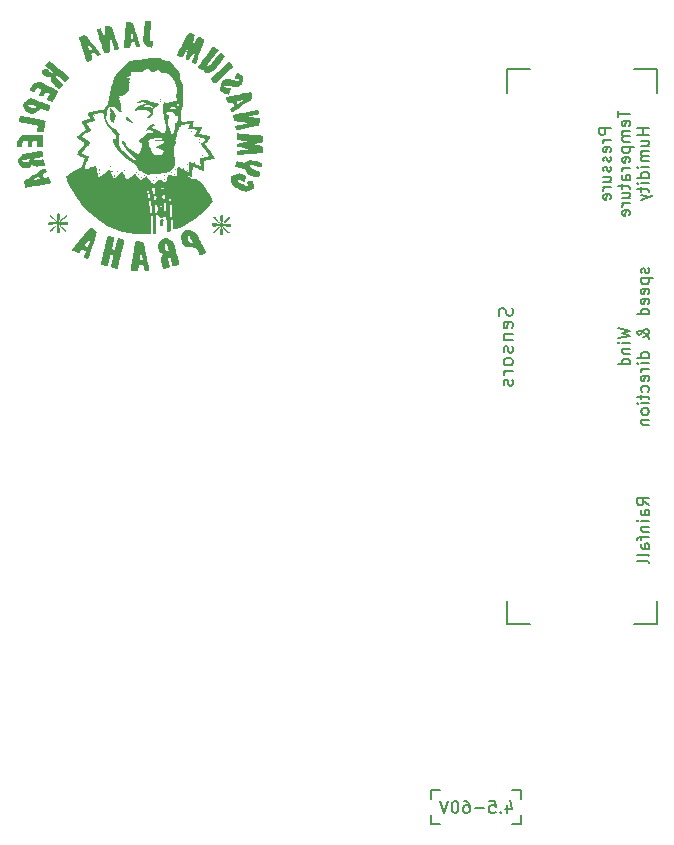
<source format=gbr>
%TF.GenerationSoftware,KiCad,Pcbnew,(6.0.7)*%
%TF.CreationDate,2022-08-02T16:10:14+02:00*%
%TF.ProjectId,school_meteo,7363686f-6f6c-45f6-9d65-74656f2e6b69,rev?*%
%TF.SameCoordinates,Original*%
%TF.FileFunction,Legend,Bot*%
%TF.FilePolarity,Positive*%
%FSLAX46Y46*%
G04 Gerber Fmt 4.6, Leading zero omitted, Abs format (unit mm)*
G04 Created by KiCad (PCBNEW (6.0.7)) date 2022-08-02 16:10:14*
%MOMM*%
%LPD*%
G01*
G04 APERTURE LIST*
%ADD10C,0.200000*%
%ADD11C,0.150000*%
G04 APERTURE END LIST*
D10*
X58125000Y4500000D02*
X58125000Y3750000D01*
X64500000Y18500000D02*
X66500000Y18500000D01*
X64500000Y65500000D02*
X64500000Y63500000D01*
X77250000Y18500000D02*
X77250000Y20500000D01*
X58125000Y1625000D02*
X58875000Y1625000D01*
X58125000Y2375000D02*
X58125000Y1625000D01*
X65750000Y3750000D02*
X65750000Y4500000D01*
X65750000Y1625000D02*
X65750000Y2375000D01*
X65750000Y4500000D02*
X65000000Y4500000D01*
X65000000Y1625000D02*
X65750000Y1625000D01*
X77250000Y63500000D02*
X77250000Y65500000D01*
X66500000Y65500000D02*
X64500000Y65500000D01*
X75250000Y18500000D02*
X77250000Y18500000D01*
X77250000Y65500000D02*
X75250000Y65500000D01*
X58875000Y4500000D02*
X58125000Y4500000D01*
X64500000Y20500000D02*
X64500000Y18500000D01*
X64985714Y45285714D02*
X65042857Y45114285D01*
X65042857Y44828571D01*
X64985714Y44714285D01*
X64928571Y44657142D01*
X64814285Y44600000D01*
X64700000Y44600000D01*
X64585714Y44657142D01*
X64528571Y44714285D01*
X64471428Y44828571D01*
X64414285Y45057142D01*
X64357142Y45171428D01*
X64300000Y45228571D01*
X64185714Y45285714D01*
X64071428Y45285714D01*
X63957142Y45228571D01*
X63900000Y45171428D01*
X63842857Y45057142D01*
X63842857Y44771428D01*
X63900000Y44600000D01*
X64985714Y43628571D02*
X65042857Y43742857D01*
X65042857Y43971428D01*
X64985714Y44085714D01*
X64871428Y44142857D01*
X64414285Y44142857D01*
X64300000Y44085714D01*
X64242857Y43971428D01*
X64242857Y43742857D01*
X64300000Y43628571D01*
X64414285Y43571428D01*
X64528571Y43571428D01*
X64642857Y44142857D01*
X64242857Y43057142D02*
X65042857Y43057142D01*
X64357142Y43057142D02*
X64300000Y43000000D01*
X64242857Y42885714D01*
X64242857Y42714285D01*
X64300000Y42600000D01*
X64414285Y42542857D01*
X65042857Y42542857D01*
X64985714Y42028571D02*
X65042857Y41914285D01*
X65042857Y41685714D01*
X64985714Y41571428D01*
X64871428Y41514285D01*
X64814285Y41514285D01*
X64700000Y41571428D01*
X64642857Y41685714D01*
X64642857Y41857142D01*
X64585714Y41971428D01*
X64471428Y42028571D01*
X64414285Y42028571D01*
X64300000Y41971428D01*
X64242857Y41857142D01*
X64242857Y41685714D01*
X64300000Y41571428D01*
X65042857Y40828571D02*
X64985714Y40942857D01*
X64928571Y41000000D01*
X64814285Y41057142D01*
X64471428Y41057142D01*
X64357142Y41000000D01*
X64300000Y40942857D01*
X64242857Y40828571D01*
X64242857Y40657142D01*
X64300000Y40542857D01*
X64357142Y40485714D01*
X64471428Y40428571D01*
X64814285Y40428571D01*
X64928571Y40485714D01*
X64985714Y40542857D01*
X65042857Y40657142D01*
X65042857Y40828571D01*
X65042857Y39914285D02*
X64242857Y39914285D01*
X64471428Y39914285D02*
X64357142Y39857142D01*
X64300000Y39800000D01*
X64242857Y39685714D01*
X64242857Y39571428D01*
X64985714Y39228571D02*
X65042857Y39114285D01*
X65042857Y38885714D01*
X64985714Y38771428D01*
X64871428Y38714285D01*
X64814285Y38714285D01*
X64700000Y38771428D01*
X64642857Y38885714D01*
X64642857Y39057142D01*
X64585714Y39171428D01*
X64471428Y39228571D01*
X64414285Y39228571D01*
X64300000Y39171428D01*
X64242857Y39057142D01*
X64242857Y38885714D01*
X64300000Y38771428D01*
D11*
X73952380Y43571428D02*
X74952380Y43333333D01*
X74238095Y43142857D01*
X74952380Y42952380D01*
X73952380Y42714285D01*
X74952380Y42333333D02*
X74285714Y42333333D01*
X73952380Y42333333D02*
X74000000Y42380952D01*
X74047619Y42333333D01*
X74000000Y42285714D01*
X73952380Y42333333D01*
X74047619Y42333333D01*
X74285714Y41857142D02*
X74952380Y41857142D01*
X74380952Y41857142D02*
X74333333Y41809523D01*
X74285714Y41714285D01*
X74285714Y41571428D01*
X74333333Y41476190D01*
X74428571Y41428571D01*
X74952380Y41428571D01*
X74952380Y40523809D02*
X73952380Y40523809D01*
X74904761Y40523809D02*
X74952380Y40619047D01*
X74952380Y40809523D01*
X74904761Y40904761D01*
X74857142Y40952380D01*
X74761904Y41000000D01*
X74476190Y41000000D01*
X74380952Y40952380D01*
X74333333Y40904761D01*
X74285714Y40809523D01*
X74285714Y40619047D01*
X74333333Y40523809D01*
X76514761Y48642857D02*
X76562380Y48547619D01*
X76562380Y48357142D01*
X76514761Y48261904D01*
X76419523Y48214285D01*
X76371904Y48214285D01*
X76276666Y48261904D01*
X76229047Y48357142D01*
X76229047Y48500000D01*
X76181428Y48595238D01*
X76086190Y48642857D01*
X76038571Y48642857D01*
X75943333Y48595238D01*
X75895714Y48500000D01*
X75895714Y48357142D01*
X75943333Y48261904D01*
X75895714Y47785714D02*
X76895714Y47785714D01*
X75943333Y47785714D02*
X75895714Y47690476D01*
X75895714Y47500000D01*
X75943333Y47404761D01*
X75990952Y47357142D01*
X76086190Y47309523D01*
X76371904Y47309523D01*
X76467142Y47357142D01*
X76514761Y47404761D01*
X76562380Y47500000D01*
X76562380Y47690476D01*
X76514761Y47785714D01*
X76514761Y46500000D02*
X76562380Y46595238D01*
X76562380Y46785714D01*
X76514761Y46880952D01*
X76419523Y46928571D01*
X76038571Y46928571D01*
X75943333Y46880952D01*
X75895714Y46785714D01*
X75895714Y46595238D01*
X75943333Y46500000D01*
X76038571Y46452380D01*
X76133809Y46452380D01*
X76229047Y46928571D01*
X76514761Y45642857D02*
X76562380Y45738095D01*
X76562380Y45928571D01*
X76514761Y46023809D01*
X76419523Y46071428D01*
X76038571Y46071428D01*
X75943333Y46023809D01*
X75895714Y45928571D01*
X75895714Y45738095D01*
X75943333Y45642857D01*
X76038571Y45595238D01*
X76133809Y45595238D01*
X76229047Y46071428D01*
X76562380Y44738095D02*
X75562380Y44738095D01*
X76514761Y44738095D02*
X76562380Y44833333D01*
X76562380Y45023809D01*
X76514761Y45119047D01*
X76467142Y45166666D01*
X76371904Y45214285D01*
X76086190Y45214285D01*
X75990952Y45166666D01*
X75943333Y45119047D01*
X75895714Y45023809D01*
X75895714Y44833333D01*
X75943333Y44738095D01*
X76562380Y42690476D02*
X76562380Y42738095D01*
X76514761Y42833333D01*
X76371904Y42976190D01*
X76086190Y43214285D01*
X75943333Y43309523D01*
X75800476Y43357142D01*
X75705238Y43357142D01*
X75610000Y43309523D01*
X75562380Y43214285D01*
X75562380Y43166666D01*
X75610000Y43071428D01*
X75705238Y43023809D01*
X75752857Y43023809D01*
X75848095Y43071428D01*
X75895714Y43119047D01*
X76086190Y43404761D01*
X76133809Y43452380D01*
X76229047Y43500000D01*
X76371904Y43500000D01*
X76467142Y43452380D01*
X76514761Y43404761D01*
X76562380Y43309523D01*
X76562380Y43166666D01*
X76514761Y43071428D01*
X76467142Y43023809D01*
X76276666Y42880952D01*
X76133809Y42833333D01*
X76038571Y42833333D01*
X76562380Y41071428D02*
X75562380Y41071428D01*
X76514761Y41071428D02*
X76562380Y41166666D01*
X76562380Y41357142D01*
X76514761Y41452380D01*
X76467142Y41500000D01*
X76371904Y41547619D01*
X76086190Y41547619D01*
X75990952Y41500000D01*
X75943333Y41452380D01*
X75895714Y41357142D01*
X75895714Y41166666D01*
X75943333Y41071428D01*
X76562380Y40595238D02*
X75895714Y40595238D01*
X75562380Y40595238D02*
X75610000Y40642857D01*
X75657619Y40595238D01*
X75610000Y40547619D01*
X75562380Y40595238D01*
X75657619Y40595238D01*
X76562380Y40119047D02*
X75895714Y40119047D01*
X76086190Y40119047D02*
X75990952Y40071428D01*
X75943333Y40023809D01*
X75895714Y39928571D01*
X75895714Y39833333D01*
X76514761Y39119047D02*
X76562380Y39214285D01*
X76562380Y39404761D01*
X76514761Y39500000D01*
X76419523Y39547619D01*
X76038571Y39547619D01*
X75943333Y39500000D01*
X75895714Y39404761D01*
X75895714Y39214285D01*
X75943333Y39119047D01*
X76038571Y39071428D01*
X76133809Y39071428D01*
X76229047Y39547619D01*
X76514761Y38214285D02*
X76562380Y38309523D01*
X76562380Y38500000D01*
X76514761Y38595238D01*
X76467142Y38642857D01*
X76371904Y38690476D01*
X76086190Y38690476D01*
X75990952Y38642857D01*
X75943333Y38595238D01*
X75895714Y38500000D01*
X75895714Y38309523D01*
X75943333Y38214285D01*
X75895714Y37928571D02*
X75895714Y37547619D01*
X75562380Y37785714D02*
X76419523Y37785714D01*
X76514761Y37738095D01*
X76562380Y37642857D01*
X76562380Y37547619D01*
X76562380Y37214285D02*
X75895714Y37214285D01*
X75562380Y37214285D02*
X75610000Y37261904D01*
X75657619Y37214285D01*
X75610000Y37166666D01*
X75562380Y37214285D01*
X75657619Y37214285D01*
X76562380Y36595238D02*
X76514761Y36690476D01*
X76467142Y36738095D01*
X76371904Y36785714D01*
X76086190Y36785714D01*
X75990952Y36738095D01*
X75943333Y36690476D01*
X75895714Y36595238D01*
X75895714Y36452380D01*
X75943333Y36357142D01*
X75990952Y36309523D01*
X76086190Y36261904D01*
X76371904Y36261904D01*
X76467142Y36309523D01*
X76514761Y36357142D01*
X76562380Y36452380D01*
X76562380Y36595238D01*
X75895714Y35833333D02*
X76562380Y35833333D01*
X75990952Y35833333D02*
X75943333Y35785714D01*
X75895714Y35690476D01*
X75895714Y35547619D01*
X75943333Y35452380D01*
X76038571Y35404761D01*
X76562380Y35404761D01*
X76562380Y28595238D02*
X76086190Y28928571D01*
X76562380Y29166666D02*
X75562380Y29166666D01*
X75562380Y28785714D01*
X75610000Y28690476D01*
X75657619Y28642857D01*
X75752857Y28595238D01*
X75895714Y28595238D01*
X75990952Y28642857D01*
X76038571Y28690476D01*
X76086190Y28785714D01*
X76086190Y29166666D01*
X76562380Y27738095D02*
X76038571Y27738095D01*
X75943333Y27785714D01*
X75895714Y27880952D01*
X75895714Y28071428D01*
X75943333Y28166666D01*
X76514761Y27738095D02*
X76562380Y27833333D01*
X76562380Y28071428D01*
X76514761Y28166666D01*
X76419523Y28214285D01*
X76324285Y28214285D01*
X76229047Y28166666D01*
X76181428Y28071428D01*
X76181428Y27833333D01*
X76133809Y27738095D01*
X76562380Y27261904D02*
X75895714Y27261904D01*
X75562380Y27261904D02*
X75610000Y27309523D01*
X75657619Y27261904D01*
X75610000Y27214285D01*
X75562380Y27261904D01*
X75657619Y27261904D01*
X75895714Y26785714D02*
X76562380Y26785714D01*
X75990952Y26785714D02*
X75943333Y26738095D01*
X75895714Y26642857D01*
X75895714Y26500000D01*
X75943333Y26404761D01*
X76038571Y26357142D01*
X76562380Y26357142D01*
X75895714Y26023809D02*
X75895714Y25642857D01*
X76562380Y25880952D02*
X75705238Y25880952D01*
X75610000Y25833333D01*
X75562380Y25738095D01*
X75562380Y25642857D01*
X76562380Y24880952D02*
X76038571Y24880952D01*
X75943333Y24928571D01*
X75895714Y25023809D01*
X75895714Y25214285D01*
X75943333Y25309523D01*
X76514761Y24880952D02*
X76562380Y24976190D01*
X76562380Y25214285D01*
X76514761Y25309523D01*
X76419523Y25357142D01*
X76324285Y25357142D01*
X76229047Y25309523D01*
X76181428Y25214285D01*
X76181428Y24976190D01*
X76133809Y24880952D01*
X76562380Y24261904D02*
X76514761Y24357142D01*
X76419523Y24404761D01*
X75562380Y24404761D01*
X76562380Y23738095D02*
X76514761Y23833333D01*
X76419523Y23880952D01*
X75562380Y23880952D01*
X64523809Y3214285D02*
X64523809Y2547619D01*
X64761904Y3595238D02*
X65000000Y2880952D01*
X64380952Y2880952D01*
X64000000Y2642857D02*
X63952380Y2595238D01*
X64000000Y2547619D01*
X64047619Y2595238D01*
X64000000Y2642857D01*
X64000000Y2547619D01*
X63047619Y3547619D02*
X63523809Y3547619D01*
X63571428Y3071428D01*
X63523809Y3119047D01*
X63428571Y3166666D01*
X63190476Y3166666D01*
X63095238Y3119047D01*
X63047619Y3071428D01*
X63000000Y2976190D01*
X63000000Y2738095D01*
X63047619Y2642857D01*
X63095238Y2595238D01*
X63190476Y2547619D01*
X63428571Y2547619D01*
X63523809Y2595238D01*
X63571428Y2642857D01*
X62571428Y2928571D02*
X61809523Y2928571D01*
X60904761Y3547619D02*
X61095238Y3547619D01*
X61190476Y3500000D01*
X61238095Y3452380D01*
X61333333Y3309523D01*
X61380952Y3119047D01*
X61380952Y2738095D01*
X61333333Y2642857D01*
X61285714Y2595238D01*
X61190476Y2547619D01*
X61000000Y2547619D01*
X60904761Y2595238D01*
X60857142Y2642857D01*
X60809523Y2738095D01*
X60809523Y2976190D01*
X60857142Y3071428D01*
X60904761Y3119047D01*
X61000000Y3166666D01*
X61190476Y3166666D01*
X61285714Y3119047D01*
X61333333Y3071428D01*
X61380952Y2976190D01*
X60190476Y3547619D02*
X60095238Y3547619D01*
X60000000Y3500000D01*
X59952380Y3452380D01*
X59904761Y3357142D01*
X59857142Y3166666D01*
X59857142Y2928571D01*
X59904761Y2738095D01*
X59952380Y2642857D01*
X60000000Y2595238D01*
X60095238Y2547619D01*
X60190476Y2547619D01*
X60285714Y2595238D01*
X60333333Y2642857D01*
X60380952Y2738095D01*
X60428571Y2928571D01*
X60428571Y3166666D01*
X60380952Y3357142D01*
X60333333Y3452380D01*
X60285714Y3500000D01*
X60190476Y3547619D01*
X59571428Y3547619D02*
X59238095Y2547619D01*
X58904761Y3547619D01*
X73342380Y60500000D02*
X72342380Y60500000D01*
X72342380Y60119047D01*
X72390000Y60023809D01*
X72437619Y59976190D01*
X72532857Y59928571D01*
X72675714Y59928571D01*
X72770952Y59976190D01*
X72818571Y60023809D01*
X72866190Y60119047D01*
X72866190Y60500000D01*
X73342380Y59500000D02*
X72675714Y59500000D01*
X72866190Y59500000D02*
X72770952Y59452380D01*
X72723333Y59404761D01*
X72675714Y59309523D01*
X72675714Y59214285D01*
X73294761Y58500000D02*
X73342380Y58595238D01*
X73342380Y58785714D01*
X73294761Y58880952D01*
X73199523Y58928571D01*
X72818571Y58928571D01*
X72723333Y58880952D01*
X72675714Y58785714D01*
X72675714Y58595238D01*
X72723333Y58500000D01*
X72818571Y58452380D01*
X72913809Y58452380D01*
X73009047Y58928571D01*
X73294761Y58071428D02*
X73342380Y57976190D01*
X73342380Y57785714D01*
X73294761Y57690476D01*
X73199523Y57642857D01*
X73151904Y57642857D01*
X73056666Y57690476D01*
X73009047Y57785714D01*
X73009047Y57928571D01*
X72961428Y58023809D01*
X72866190Y58071428D01*
X72818571Y58071428D01*
X72723333Y58023809D01*
X72675714Y57928571D01*
X72675714Y57785714D01*
X72723333Y57690476D01*
X73294761Y57261904D02*
X73342380Y57166666D01*
X73342380Y56976190D01*
X73294761Y56880952D01*
X73199523Y56833333D01*
X73151904Y56833333D01*
X73056666Y56880952D01*
X73009047Y56976190D01*
X73009047Y57119047D01*
X72961428Y57214285D01*
X72866190Y57261904D01*
X72818571Y57261904D01*
X72723333Y57214285D01*
X72675714Y57119047D01*
X72675714Y56976190D01*
X72723333Y56880952D01*
X72675714Y55976190D02*
X73342380Y55976190D01*
X72675714Y56404761D02*
X73199523Y56404761D01*
X73294761Y56357142D01*
X73342380Y56261904D01*
X73342380Y56119047D01*
X73294761Y56023809D01*
X73247142Y55976190D01*
X73342380Y55500000D02*
X72675714Y55500000D01*
X72866190Y55500000D02*
X72770952Y55452380D01*
X72723333Y55404761D01*
X72675714Y55309523D01*
X72675714Y55214285D01*
X73294761Y54500000D02*
X73342380Y54595238D01*
X73342380Y54785714D01*
X73294761Y54880952D01*
X73199523Y54928571D01*
X72818571Y54928571D01*
X72723333Y54880952D01*
X72675714Y54785714D01*
X72675714Y54595238D01*
X72723333Y54500000D01*
X72818571Y54452380D01*
X72913809Y54452380D01*
X73009047Y54928571D01*
X73952380Y62000000D02*
X73952380Y61428571D01*
X74952380Y61714285D02*
X73952380Y61714285D01*
X74904761Y60714285D02*
X74952380Y60809523D01*
X74952380Y61000000D01*
X74904761Y61095238D01*
X74809523Y61142857D01*
X74428571Y61142857D01*
X74333333Y61095238D01*
X74285714Y61000000D01*
X74285714Y60809523D01*
X74333333Y60714285D01*
X74428571Y60666666D01*
X74523809Y60666666D01*
X74619047Y61142857D01*
X74952380Y60238095D02*
X74285714Y60238095D01*
X74380952Y60238095D02*
X74333333Y60190476D01*
X74285714Y60095238D01*
X74285714Y59952380D01*
X74333333Y59857142D01*
X74428571Y59809523D01*
X74952380Y59809523D01*
X74428571Y59809523D02*
X74333333Y59761904D01*
X74285714Y59666666D01*
X74285714Y59523809D01*
X74333333Y59428571D01*
X74428571Y59380952D01*
X74952380Y59380952D01*
X74285714Y58904761D02*
X75285714Y58904761D01*
X74333333Y58904761D02*
X74285714Y58809523D01*
X74285714Y58619047D01*
X74333333Y58523809D01*
X74380952Y58476190D01*
X74476190Y58428571D01*
X74761904Y58428571D01*
X74857142Y58476190D01*
X74904761Y58523809D01*
X74952380Y58619047D01*
X74952380Y58809523D01*
X74904761Y58904761D01*
X74904761Y57619047D02*
X74952380Y57714285D01*
X74952380Y57904761D01*
X74904761Y58000000D01*
X74809523Y58047619D01*
X74428571Y58047619D01*
X74333333Y58000000D01*
X74285714Y57904761D01*
X74285714Y57714285D01*
X74333333Y57619047D01*
X74428571Y57571428D01*
X74523809Y57571428D01*
X74619047Y58047619D01*
X74952380Y57142857D02*
X74285714Y57142857D01*
X74476190Y57142857D02*
X74380952Y57095238D01*
X74333333Y57047619D01*
X74285714Y56952380D01*
X74285714Y56857142D01*
X74952380Y56095238D02*
X74428571Y56095238D01*
X74333333Y56142857D01*
X74285714Y56238095D01*
X74285714Y56428571D01*
X74333333Y56523809D01*
X74904761Y56095238D02*
X74952380Y56190476D01*
X74952380Y56428571D01*
X74904761Y56523809D01*
X74809523Y56571428D01*
X74714285Y56571428D01*
X74619047Y56523809D01*
X74571428Y56428571D01*
X74571428Y56190476D01*
X74523809Y56095238D01*
X74285714Y55761904D02*
X74285714Y55380952D01*
X73952380Y55619047D02*
X74809523Y55619047D01*
X74904761Y55571428D01*
X74952380Y55476190D01*
X74952380Y55380952D01*
X74285714Y54619047D02*
X74952380Y54619047D01*
X74285714Y55047619D02*
X74809523Y55047619D01*
X74904761Y55000000D01*
X74952380Y54904761D01*
X74952380Y54761904D01*
X74904761Y54666666D01*
X74857142Y54619047D01*
X74952380Y54142857D02*
X74285714Y54142857D01*
X74476190Y54142857D02*
X74380952Y54095238D01*
X74333333Y54047619D01*
X74285714Y53952380D01*
X74285714Y53857142D01*
X74904761Y53142857D02*
X74952380Y53238095D01*
X74952380Y53428571D01*
X74904761Y53523809D01*
X74809523Y53571428D01*
X74428571Y53571428D01*
X74333333Y53523809D01*
X74285714Y53428571D01*
X74285714Y53238095D01*
X74333333Y53142857D01*
X74428571Y53095238D01*
X74523809Y53095238D01*
X74619047Y53571428D01*
X76562380Y60500000D02*
X75562380Y60500000D01*
X76038571Y60500000D02*
X76038571Y59928571D01*
X76562380Y59928571D02*
X75562380Y59928571D01*
X75895714Y59023809D02*
X76562380Y59023809D01*
X75895714Y59452380D02*
X76419523Y59452380D01*
X76514761Y59404761D01*
X76562380Y59309523D01*
X76562380Y59166666D01*
X76514761Y59071428D01*
X76467142Y59023809D01*
X76562380Y58547619D02*
X75895714Y58547619D01*
X75990952Y58547619D02*
X75943333Y58500000D01*
X75895714Y58404761D01*
X75895714Y58261904D01*
X75943333Y58166666D01*
X76038571Y58119047D01*
X76562380Y58119047D01*
X76038571Y58119047D02*
X75943333Y58071428D01*
X75895714Y57976190D01*
X75895714Y57833333D01*
X75943333Y57738095D01*
X76038571Y57690476D01*
X76562380Y57690476D01*
X76562380Y57214285D02*
X75895714Y57214285D01*
X75562380Y57214285D02*
X75610000Y57261904D01*
X75657619Y57214285D01*
X75610000Y57166666D01*
X75562380Y57214285D01*
X75657619Y57214285D01*
X76562380Y56309523D02*
X75562380Y56309523D01*
X76514761Y56309523D02*
X76562380Y56404761D01*
X76562380Y56595238D01*
X76514761Y56690476D01*
X76467142Y56738095D01*
X76371904Y56785714D01*
X76086190Y56785714D01*
X75990952Y56738095D01*
X75943333Y56690476D01*
X75895714Y56595238D01*
X75895714Y56404761D01*
X75943333Y56309523D01*
X76562380Y55833333D02*
X75895714Y55833333D01*
X75562380Y55833333D02*
X75610000Y55880952D01*
X75657619Y55833333D01*
X75610000Y55785714D01*
X75562380Y55833333D01*
X75657619Y55833333D01*
X75895714Y55500000D02*
X75895714Y55119047D01*
X75562380Y55357142D02*
X76419523Y55357142D01*
X76514761Y55309523D01*
X76562380Y55214285D01*
X76562380Y55119047D01*
X75895714Y54880952D02*
X76562380Y54642857D01*
X75895714Y54404761D02*
X76562380Y54642857D01*
X76800476Y54738095D01*
X76848095Y54785714D01*
X76895714Y54880952D01*
%TO.C,REF\u002A\u002A*%
G36*
X35211747Y62957556D02*
G01*
X35219767Y62926921D01*
X35217928Y62884378D01*
X35197369Y62867664D01*
X35146808Y62866771D01*
X35104696Y62896013D01*
X35104024Y62926173D01*
X35138540Y62969190D01*
X35156673Y62981822D01*
X35191018Y62991898D01*
X35211747Y62957556D01*
G37*
G36*
X35202501Y62793606D02*
G01*
X35245842Y62753864D01*
X35266705Y62712052D01*
X35255878Y62698605D01*
X35208780Y62688882D01*
X35171335Y62698402D01*
X35150855Y62746807D01*
X35155186Y62780426D01*
X35174025Y62804732D01*
X35202501Y62793606D01*
G37*
G36*
X34596604Y62036624D02*
G01*
X34579102Y61919183D01*
X34536781Y61751877D01*
X34479710Y61606215D01*
X34412959Y61494290D01*
X34341596Y61428194D01*
X34340970Y61427856D01*
X34275429Y61404960D01*
X34192119Y61391077D01*
X34109615Y61387113D01*
X34046492Y61393974D01*
X34021323Y61412566D01*
X34023097Y61418994D01*
X34055389Y61456648D01*
X34115451Y61504048D01*
X34140738Y61521828D01*
X34235873Y61596412D01*
X34318143Y61671795D01*
X34375984Y61736686D01*
X34397834Y61779794D01*
X34397320Y61782899D01*
X34369594Y61820262D01*
X34307980Y61878232D01*
X34224166Y61945649D01*
X34160068Y61993278D01*
X34088209Y62040225D01*
X34027411Y62063408D01*
X33956649Y62069673D01*
X33854896Y62065865D01*
X33754084Y62058424D01*
X33662529Y62047485D01*
X33608314Y62035928D01*
X33546917Y62039905D01*
X33461162Y62089678D01*
X33364989Y62163032D01*
X33217964Y62060558D01*
X33211553Y62056125D01*
X33107738Y61996474D01*
X33038592Y61979251D01*
X33006217Y61999186D01*
X33012713Y62051009D01*
X33060182Y62129449D01*
X33150724Y62229236D01*
X33259758Y62319979D01*
X33802367Y62319979D01*
X33812890Y62285021D01*
X33862030Y62276890D01*
X33894687Y62281038D01*
X33978711Y62290843D01*
X34079248Y62301933D01*
X34180395Y62306447D01*
X34390593Y62273810D01*
X34453051Y62256005D01*
X34517614Y62239935D01*
X34542646Y62237205D01*
X34542585Y62237914D01*
X34532851Y62271550D01*
X34511525Y62335075D01*
X34506897Y62347747D01*
X34477219Y62399264D01*
X34426464Y62430912D01*
X34336326Y62455246D01*
X34272909Y62467791D01*
X34126155Y62484007D01*
X34008895Y62472374D01*
X33905022Y62432024D01*
X33882903Y62418892D01*
X33826894Y62368893D01*
X33802367Y62319979D01*
X33259758Y62319979D01*
X33328334Y62377051D01*
X33554506Y62504216D01*
X33794806Y62575967D01*
X33862924Y62588941D01*
X33936660Y62608027D01*
X33966276Y62626886D01*
X33960224Y62649264D01*
X33915301Y62681537D01*
X33813754Y62705154D01*
X33663438Y62706285D01*
X33462822Y62684915D01*
X33210377Y62641026D01*
X33137971Y62626706D01*
X33218616Y62700707D01*
X33295247Y62752287D01*
X33422245Y62807816D01*
X33574826Y62854774D01*
X33735751Y62887970D01*
X33887784Y62902214D01*
X34005620Y62898884D01*
X34112513Y62876003D01*
X34228740Y62825448D01*
X34296207Y62796381D01*
X34425633Y62752457D01*
X34581991Y62708523D01*
X34747785Y62669827D01*
X34764962Y62666236D01*
X34899734Y62637340D01*
X35011267Y62612193D01*
X35088386Y62593385D01*
X35119913Y62583511D01*
X35120032Y62566257D01*
X35086751Y62521184D01*
X35024191Y62460976D01*
X34943702Y62395375D01*
X34856636Y62334121D01*
X34774345Y62286957D01*
X34671638Y62237205D01*
X34615052Y62209794D01*
X34596604Y62036624D01*
G37*
G36*
X31010244Y62181821D02*
G01*
X31096363Y62131357D01*
X31116668Y62117412D01*
X31162829Y62082113D01*
X31197763Y62043477D01*
X31229364Y61988780D01*
X31265525Y61905298D01*
X31314139Y61780306D01*
X31390390Y61581308D01*
X31315663Y61341631D01*
X31304456Y61304801D01*
X31272061Y61186986D01*
X31249440Y61087128D01*
X31240935Y61023703D01*
X31240935Y60945452D01*
X31146808Y61003723D01*
X31109186Y61028933D01*
X31006500Y61130372D01*
X30940740Y61262729D01*
X30905982Y61436653D01*
X30898554Y61517827D01*
X30898305Y61604013D01*
X30913455Y61670034D01*
X30946992Y61737817D01*
X31008761Y61845143D01*
X30934989Y61903172D01*
X30919151Y61915893D01*
X30882641Y61955355D01*
X30875814Y62001648D01*
X30892899Y62078862D01*
X30917037Y62148767D01*
X30954146Y62188573D01*
X31010244Y62181821D01*
G37*
G36*
X32355200Y61453730D02*
G01*
X32410022Y61423398D01*
X32497906Y61358845D01*
X32500353Y61356953D01*
X32604681Y61270603D01*
X32702904Y61179549D01*
X32785210Y61093977D01*
X32841788Y61024072D01*
X32862828Y60980019D01*
X32861966Y60968006D01*
X32850914Y60954970D01*
X32819019Y60960661D01*
X32756200Y60987935D01*
X32652373Y61039651D01*
X32636901Y61047558D01*
X32472898Y61139494D01*
X32361503Y61221066D01*
X32299491Y61296068D01*
X32283636Y61368293D01*
X32310715Y61441534D01*
X32323375Y61454289D01*
X32355200Y61453730D01*
G37*
G36*
X29607498Y61615942D02*
G01*
X29633524Y61588312D01*
X29638049Y61577093D01*
X29620752Y61559350D01*
X29612345Y61560463D01*
X29590080Y61588312D01*
X29590412Y61594867D01*
X29602852Y61617275D01*
X29607498Y61615942D01*
G37*
G36*
X29799514Y61326538D02*
G01*
X29821779Y61298689D01*
X29821447Y61292134D01*
X29809007Y61269726D01*
X29804361Y61271059D01*
X29778335Y61298689D01*
X29773810Y61309908D01*
X29791107Y61327651D01*
X29799514Y61326538D01*
G37*
G36*
X29140523Y60887689D02*
G01*
X29155644Y60848063D01*
X29151477Y60827375D01*
X29126682Y60820809D01*
X29118772Y60826737D01*
X29097720Y60865962D01*
X29098549Y60872428D01*
X29126682Y60893215D01*
X29140523Y60887689D01*
G37*
G36*
X38111715Y60283893D02*
G01*
X38133980Y60256043D01*
X38133648Y60249489D01*
X38121208Y60227081D01*
X38116562Y60228414D01*
X38090536Y60256043D01*
X38086011Y60267262D01*
X38103308Y60285006D01*
X38111715Y60283893D01*
G37*
G36*
X37812454Y60255203D02*
G01*
X37843454Y60231294D01*
X37825835Y60189252D01*
X37813777Y60181914D01*
X37776632Y60190971D01*
X37757469Y60228790D01*
X37762357Y60241311D01*
X37800912Y60256043D01*
X37812454Y60255203D01*
G37*
G36*
X38517123Y59634953D02*
G01*
X38527607Y59607714D01*
X38524830Y59560717D01*
X38519067Y59552940D01*
X38481528Y59531984D01*
X38452142Y59542053D01*
X38434782Y59583954D01*
X38455138Y59636451D01*
X38463823Y59646647D01*
X38492266Y59665335D01*
X38517123Y59634953D01*
G37*
G36*
X38750105Y59527816D02*
G01*
X38756671Y59503022D01*
X38750743Y59495112D01*
X38711518Y59474059D01*
X38705052Y59474888D01*
X38684265Y59503022D01*
X38689791Y59516863D01*
X38729418Y59531984D01*
X38750105Y59527816D01*
G37*
G36*
X38494852Y59353308D02*
G01*
X38510491Y59314766D01*
X38507223Y59294781D01*
X38481528Y59271323D01*
X38468205Y59276224D01*
X38452566Y59314766D01*
X38455833Y59334751D01*
X38481528Y59358210D01*
X38494852Y59353308D01*
G37*
G36*
X28908307Y58368588D02*
G01*
X28923946Y58330045D01*
X28920678Y58310060D01*
X28894983Y58286602D01*
X28881660Y58291503D01*
X28866021Y58330045D01*
X28869288Y58350031D01*
X28894983Y58373489D01*
X28908307Y58368588D01*
G37*
G36*
X38747694Y58225410D02*
G01*
X38771152Y58199715D01*
X38766251Y58186391D01*
X38727708Y58170752D01*
X38707723Y58174020D01*
X38684265Y58199715D01*
X38689166Y58213038D01*
X38727708Y58228677D01*
X38747694Y58225410D01*
G37*
G36*
X38407038Y57871403D02*
G01*
X38423788Y57830974D01*
X38404295Y57784587D01*
X38387271Y57771106D01*
X38351210Y57772748D01*
X38336716Y57823204D01*
X38344780Y57856983D01*
X38380160Y57881129D01*
X38407038Y57871403D01*
G37*
G36*
X38105017Y57605986D02*
G01*
X38090536Y57591505D01*
X38076055Y57605986D01*
X38090536Y57620467D01*
X38105017Y57605986D01*
G37*
G36*
X37502665Y57515479D02*
G01*
X37511880Y57506300D01*
X37525770Y57459465D01*
X37505827Y57425077D01*
X37462270Y57420738D01*
X37422400Y57449931D01*
X37421761Y57451015D01*
X37425754Y57488461D01*
X37460974Y57516688D01*
X37502665Y57515479D01*
G37*
G36*
X29508836Y57469695D02*
G01*
X29532155Y57429798D01*
X29515438Y57398153D01*
X29480733Y57403016D01*
X29451905Y57441263D01*
X29452520Y57458816D01*
X29486298Y57475656D01*
X29508836Y57469695D01*
G37*
G36*
X36518784Y57445580D02*
G01*
X36541049Y57417731D01*
X36540717Y57411176D01*
X36528277Y57388768D01*
X36523632Y57390101D01*
X36497606Y57417731D01*
X36493080Y57428950D01*
X36510378Y57446693D01*
X36518784Y57445580D01*
G37*
G36*
X29265005Y57362939D02*
G01*
X29294905Y57333016D01*
X29293059Y57316577D01*
X29257013Y57301881D01*
X29233101Y57306607D01*
X29219120Y57333016D01*
X29223053Y57341603D01*
X29257013Y57364150D01*
X29265005Y57362939D01*
G37*
G36*
X30985169Y57271595D02*
G01*
X30992879Y57240922D01*
X30977337Y57223512D01*
X30940533Y57219300D01*
X30922349Y57257529D01*
X30928382Y57278859D01*
X30965626Y57283456D01*
X30985169Y57271595D01*
G37*
G36*
X30615033Y57119257D02*
G01*
X30643537Y57083783D01*
X30647935Y57053607D01*
X30616613Y57046356D01*
X30587899Y57059402D01*
X30571696Y57093393D01*
X30598023Y57121366D01*
X30615033Y57119257D01*
G37*
G36*
X36502079Y57082909D02*
G01*
X36512087Y57026739D01*
X36511999Y57018822D01*
X36499818Y56967583D01*
X36461403Y56959846D01*
X36432688Y56975498D01*
X36410719Y57026739D01*
X36419698Y57060835D01*
X36461403Y57093631D01*
X36466648Y57094509D01*
X36502079Y57082909D01*
G37*
G36*
X30057769Y57032914D02*
G01*
X30083066Y56993813D01*
X30063132Y56944679D01*
X30033447Y56926621D01*
X29987448Y56935364D01*
X29966591Y56983295D01*
X29976111Y57020740D01*
X30024516Y57041220D01*
X30057769Y57032914D01*
G37*
G36*
X32225656Y56972360D02*
G01*
X32219773Y56948822D01*
X32182212Y56925370D01*
X32162422Y56926579D01*
X32138769Y56936305D01*
X32146218Y56948591D01*
X32182212Y56983295D01*
X32186422Y56986746D01*
X32218038Y57003094D01*
X32225656Y56972360D01*
G37*
G36*
X37502721Y56982895D02*
G01*
X37525770Y56951234D01*
X37520892Y56939363D01*
X37482326Y56925370D01*
X37462086Y56930301D01*
X37438883Y56967905D01*
X37444962Y56989319D01*
X37482326Y56993769D01*
X37502721Y56982895D01*
G37*
G36*
X30377568Y56922103D02*
G01*
X30401026Y56896408D01*
X30396125Y56883085D01*
X30357583Y56867446D01*
X30337598Y56870713D01*
X30314139Y56896408D01*
X30319041Y56909732D01*
X30357583Y56925370D01*
X30377568Y56922103D01*
G37*
G36*
X31594263Y56862400D02*
G01*
X31617446Y56824002D01*
X31612400Y56803742D01*
X31574003Y56780559D01*
X31553742Y56785605D01*
X31530559Y56824002D01*
X31535605Y56844262D01*
X31574003Y56867446D01*
X31594263Y56862400D01*
G37*
G36*
X33166155Y56854397D02*
G01*
X33181414Y56811934D01*
X33173447Y56775959D01*
X33135847Y56751596D01*
X33112120Y56758545D01*
X33099644Y56799880D01*
X33104749Y56818194D01*
X33133859Y56855490D01*
X33166155Y56854397D01*
G37*
G36*
X36140393Y56801458D02*
G01*
X36164538Y56766077D01*
X36153787Y56740743D01*
X36106614Y56722634D01*
X36072835Y56730697D01*
X36048689Y56766077D01*
X36059440Y56791412D01*
X36106614Y56809521D01*
X36140393Y56801458D01*
G37*
G36*
X30087944Y56719366D02*
G01*
X30111403Y56693671D01*
X30106501Y56680348D01*
X30067959Y56664709D01*
X30047974Y56667977D01*
X30024516Y56693671D01*
X30029417Y56706995D01*
X30067959Y56722634D01*
X30087944Y56719366D01*
G37*
G36*
X31457375Y56738548D02*
G01*
X31472634Y56696085D01*
X31464667Y56660109D01*
X31427067Y56635747D01*
X31403340Y56642696D01*
X31390864Y56684031D01*
X31395969Y56702344D01*
X31425079Y56739640D01*
X31457375Y56738548D01*
G37*
G36*
X36440089Y56692426D02*
G01*
X36477733Y56667185D01*
X36475790Y56627603D01*
X36432440Y56597786D01*
X36404768Y56590335D01*
X36374516Y56581182D01*
X36370288Y56590193D01*
X36367275Y56635747D01*
X36376795Y56673192D01*
X36425200Y56693671D01*
X36440089Y56692426D01*
G37*
G36*
X33388442Y56656404D02*
G01*
X33413739Y56617302D01*
X33393805Y56568168D01*
X33390529Y56565029D01*
X33348040Y56551796D01*
X33314843Y56594672D01*
X33301422Y56633644D01*
X33307670Y56660069D01*
X33355188Y56664709D01*
X33388442Y56656404D01*
G37*
G36*
X33900382Y56597750D02*
G01*
X33895373Y56564314D01*
X33886066Y56536573D01*
X33876511Y56488566D01*
X33868577Y56467137D01*
X33834630Y56468191D01*
X33789043Y56506116D01*
X33784973Y56511060D01*
X33763438Y56546469D01*
X33780404Y56568925D01*
X33844689Y56592047D01*
X33868154Y56598665D01*
X33900382Y56597750D01*
G37*
G36*
X35010939Y56518573D02*
G01*
X35018649Y56487900D01*
X35003107Y56470491D01*
X34966303Y56466278D01*
X34948119Y56504507D01*
X34954151Y56525837D01*
X34991396Y56530435D01*
X35010939Y56518573D01*
G37*
G36*
X31345866Y56518738D02*
G01*
X31372135Y56504305D01*
X31356785Y56461973D01*
X31334957Y56426187D01*
X31313341Y56404048D01*
X31298987Y56416506D01*
X31269898Y56461973D01*
X31257585Y56487763D01*
X31261979Y56514213D01*
X31313341Y56519897D01*
X31345866Y56518738D01*
G37*
G36*
X35607297Y56540401D02*
G01*
X35632832Y56500334D01*
X35612904Y56445865D01*
X35582298Y56421196D01*
X35539726Y56434771D01*
X35516120Y56479065D01*
X35528726Y56526854D01*
X35572199Y56548860D01*
X35607297Y56540401D01*
G37*
G36*
X33635242Y56423401D02*
G01*
X33625520Y56391231D01*
X33615850Y56329273D01*
X33607550Y56298561D01*
X33578237Y56292025D01*
X33548496Y56328921D01*
X33554203Y56370928D01*
X33593752Y56423048D01*
X33631505Y56455039D01*
X33645891Y56458507D01*
X33635242Y56423401D01*
G37*
G36*
X34422332Y56343868D02*
G01*
X34455006Y56319876D01*
X34436450Y56278544D01*
X34407167Y56261418D01*
X34361424Y56266211D01*
X34339909Y56302679D01*
X34350660Y56328014D01*
X34397834Y56346123D01*
X34422332Y56343868D01*
G37*
G36*
X34866202Y56338081D02*
G01*
X34868407Y56311957D01*
X34837423Y56270093D01*
X34806022Y56253528D01*
X34761420Y56261077D01*
X34754443Y56286595D01*
X34790199Y56329064D01*
X34833768Y56352244D01*
X34866202Y56338081D01*
G37*
G36*
X35564321Y56225060D02*
G01*
X35585291Y56183731D01*
X35574339Y56160195D01*
X35527366Y56143386D01*
X35495042Y56151374D01*
X35468612Y56189967D01*
X35486754Y56237932D01*
X35520615Y56246889D01*
X35564321Y56225060D01*
G37*
G36*
X34607818Y56107902D02*
G01*
X34629533Y56073104D01*
X34618983Y56045935D01*
X34569194Y56027537D01*
X34551869Y56029136D01*
X34522184Y56051656D01*
X34532971Y56085121D01*
X34581249Y56109307D01*
X34607818Y56107902D01*
G37*
G36*
X34131714Y69601483D02*
G01*
X34173593Y69598155D01*
X34283472Y69585641D01*
X34366214Y69570716D01*
X34406457Y69555927D01*
X34409455Y69546143D01*
X34411375Y69486931D01*
X34407690Y69382550D01*
X34399109Y69241443D01*
X34386337Y69072057D01*
X34370081Y68882837D01*
X34351048Y68682230D01*
X34329945Y68478679D01*
X34307477Y68280631D01*
X34284352Y68096532D01*
X34276345Y68022358D01*
X34273518Y67950558D01*
X34279246Y67918858D01*
X34287454Y67915698D01*
X34340023Y67903127D01*
X34419556Y67888423D01*
X34542646Y67868056D01*
X34542646Y67724133D01*
X34541831Y67688492D01*
X34530803Y67565056D01*
X34510998Y67454526D01*
X34479350Y67328842D01*
X34301021Y67342776D01*
X34209847Y67352092D01*
X34137575Y67371070D01*
X34079840Y67409183D01*
X34013280Y67477357D01*
X33976490Y67519748D01*
X33889203Y67630247D01*
X33813632Y67737340D01*
X33723396Y67876676D01*
X33743137Y68182019D01*
X33747236Y68240477D01*
X33762974Y68425681D01*
X33782776Y68622014D01*
X33803329Y68795705D01*
X33812057Y68864355D01*
X33832449Y69038704D01*
X33850966Y69214148D01*
X33864453Y69361466D01*
X33885126Y69618885D01*
X34131714Y69601483D01*
G37*
G36*
X33363022Y67839185D02*
G01*
X33401919Y67710116D01*
X33428389Y67618937D01*
X33451156Y67528267D01*
X33464370Y67455340D01*
X33463644Y67421663D01*
X33443982Y67414068D01*
X33379489Y67401428D01*
X33288967Y67389762D01*
X33232700Y67383614D01*
X33175239Y67381084D01*
X33138789Y67395014D01*
X33114320Y67435268D01*
X33092802Y67511710D01*
X33065205Y67634207D01*
X33030825Y67786260D01*
X32873704Y67786260D01*
X32813202Y67785448D01*
X32746650Y67777467D01*
X32710732Y67755260D01*
X32688337Y67711968D01*
X32668811Y67633369D01*
X32660091Y67540080D01*
X32657395Y67471601D01*
X32633726Y67370480D01*
X32581328Y67311334D01*
X32494971Y67286120D01*
X32461913Y67283027D01*
X32351756Y67275218D01*
X32238686Y67269806D01*
X32092423Y67264937D01*
X32113986Y67489396D01*
X32122285Y67579815D01*
X32134720Y67722055D01*
X32149441Y67895290D01*
X32165259Y68085489D01*
X32169803Y68141312D01*
X32700451Y68141312D01*
X32705913Y68097317D01*
X32723481Y68080665D01*
X32755904Y68079243D01*
X32838440Y68086605D01*
X32894049Y68107164D01*
X32912443Y68151300D01*
X32904907Y68230468D01*
X32889691Y68304052D01*
X32860108Y68420570D01*
X32825416Y68539282D01*
X32766007Y68727537D01*
X32745800Y68611687D01*
X32733950Y68529341D01*
X32720418Y68410299D01*
X32709008Y68285861D01*
X32704347Y68224758D01*
X32700451Y68141312D01*
X32169803Y68141312D01*
X32180981Y68278620D01*
X32191082Y68404117D01*
X32213869Y68684939D01*
X32233149Y68914915D01*
X32249729Y69098994D01*
X32264411Y69242124D01*
X32278001Y69349253D01*
X32291303Y69425328D01*
X32305120Y69475298D01*
X32320258Y69504111D01*
X32337520Y69516715D01*
X32357710Y69518057D01*
X32381634Y69513086D01*
X32435570Y69503268D01*
X32529528Y69490335D01*
X32639556Y69477848D01*
X32729007Y69466164D01*
X32819141Y69442875D01*
X32860682Y69411272D01*
X32863823Y69404043D01*
X32883678Y69348517D01*
X32917162Y69248619D01*
X32961670Y69112576D01*
X33014597Y68948613D01*
X33073335Y68764956D01*
X33135281Y68569832D01*
X33197828Y68371467D01*
X33258371Y68178087D01*
X33266687Y68151300D01*
X33314304Y67997917D01*
X33363022Y67839185D01*
G37*
G36*
X30575072Y69177220D02*
G01*
X30680094Y69160056D01*
X30806500Y69136131D01*
X31110605Y69075085D01*
X31378588Y68264139D01*
X31464416Y68003677D01*
X31533696Y67790640D01*
X31586996Y67621553D01*
X31625555Y67490915D01*
X31650611Y67393229D01*
X31663401Y67322995D01*
X31665164Y67274714D01*
X31657138Y67242886D01*
X31640560Y67222014D01*
X31616669Y67206596D01*
X31513722Y67158388D01*
X31420455Y67139581D01*
X31351681Y67166833D01*
X31298896Y67244096D01*
X31253595Y67375322D01*
X31212483Y67517022D01*
X31165338Y67669409D01*
X31116592Y67819017D01*
X31069863Y67955297D01*
X31028771Y68067699D01*
X30996935Y68145674D01*
X30977976Y68178672D01*
X30977919Y68178706D01*
X30969054Y68156279D01*
X30961693Y68081747D01*
X30956104Y67960884D01*
X30952554Y67799464D01*
X30951312Y67603260D01*
X30950687Y67414074D01*
X30948235Y67249914D01*
X30943519Y67130976D01*
X30936110Y67050545D01*
X30925582Y67001902D01*
X30911506Y66978333D01*
X30883054Y66960765D01*
X30809180Y66926299D01*
X30716010Y66890015D01*
X30668776Y66872836D01*
X30599728Y66848417D01*
X30545033Y66835975D01*
X30500514Y66840852D01*
X30461994Y66868388D01*
X30425297Y66923921D01*
X30386246Y67012793D01*
X30340663Y67140344D01*
X30284373Y67311912D01*
X30213197Y67532839D01*
X30207950Y67549064D01*
X30109353Y67854838D01*
X30027689Y68110336D01*
X29961691Y68320037D01*
X29910096Y68488418D01*
X29871637Y68619959D01*
X29845050Y68719136D01*
X29829070Y68790429D01*
X29822431Y68838316D01*
X29823869Y68867275D01*
X29832117Y68881785D01*
X29843289Y68889229D01*
X29899648Y68917154D01*
X29977008Y68949005D01*
X30056880Y68977933D01*
X30120774Y68997087D01*
X30150202Y68999620D01*
X30152040Y68995656D01*
X30168190Y68950353D01*
X30197309Y68863356D01*
X30235976Y68744999D01*
X30280765Y68605614D01*
X30294646Y68562534D01*
X30340192Y68427290D01*
X30380727Y68315673D01*
X30412276Y68238270D01*
X30430866Y68205672D01*
X30435458Y68207190D01*
X30445417Y68249897D01*
X30452794Y68345451D01*
X30457376Y68490247D01*
X30458951Y68680675D01*
X30459695Y68808666D01*
X30462619Y68955662D01*
X30467369Y69073876D01*
X30473526Y69153595D01*
X30480673Y69185105D01*
X30504136Y69185712D01*
X30575072Y69177220D01*
G37*
G36*
X29935687Y67105932D02*
G01*
X30028138Y66991711D01*
X30102236Y66895589D01*
X30151469Y66826139D01*
X30169327Y66791932D01*
X30156252Y66767398D01*
X30105042Y66723409D01*
X30032459Y66677874D01*
X29957314Y66642192D01*
X29898420Y66627765D01*
X29898386Y66627765D01*
X29858853Y66649590D01*
X29799290Y66706704D01*
X29732578Y66786757D01*
X29729818Y66790403D01*
X29667965Y66867353D01*
X29619272Y66919489D01*
X29594068Y66935703D01*
X29576438Y66925773D01*
X29519095Y66892995D01*
X29440114Y66847587D01*
X29304629Y66769518D01*
X29361469Y66604514D01*
X29384809Y66529162D01*
X29405407Y66440366D01*
X29410067Y66383575D01*
X29388345Y66347196D01*
X29316212Y66288064D01*
X29199088Y66217490D01*
X29173403Y66203616D01*
X29079861Y66154534D01*
X29009842Y66120041D01*
X28976913Y66106891D01*
X28976845Y66106893D01*
X28962174Y66133497D01*
X28933372Y66206738D01*
X28893510Y66318039D01*
X28845661Y66458827D01*
X28792898Y66620524D01*
X28712020Y66873226D01*
X28619792Y67161662D01*
X28542782Y67402929D01*
X28479567Y67601568D01*
X28456074Y67675751D01*
X29010833Y67675751D01*
X29011476Y67668389D01*
X29024325Y67611384D01*
X29049652Y67521589D01*
X29082157Y67416331D01*
X29116543Y67312937D01*
X29147512Y67228734D01*
X29167576Y67182718D01*
X29205431Y67133236D01*
X29256575Y67129503D01*
X29337486Y67166086D01*
X29417958Y67209728D01*
X29309337Y67345942D01*
X29241386Y67430135D01*
X29147641Y67542239D01*
X29074802Y67624040D01*
X29027616Y67670293D01*
X29010833Y67675751D01*
X28456074Y67675751D01*
X28428723Y67762118D01*
X28388825Y67889119D01*
X28358449Y67987110D01*
X28336171Y68060632D01*
X28320566Y68114223D01*
X28310209Y68152423D01*
X28303678Y68179772D01*
X28284245Y68269179D01*
X28534087Y68335180D01*
X28662427Y68365614D01*
X28774127Y68382052D01*
X28836210Y68376104D01*
X28836255Y68376082D01*
X28870868Y68346595D01*
X28935497Y68279886D01*
X29023344Y68183419D01*
X29127610Y68064659D01*
X29241497Y67931072D01*
X29319033Y67838855D01*
X29466565Y67663488D01*
X29618903Y67482512D01*
X29762027Y67312582D01*
X29848724Y67209728D01*
X29881916Y67170351D01*
X29935687Y67105932D01*
G37*
G36*
X37781981Y68568558D02*
G01*
X37913570Y68513871D01*
X38097362Y68430536D01*
X38070840Y68260450D01*
X38070392Y68257597D01*
X38048986Y68140831D01*
X38018832Y67999143D01*
X37986307Y67862552D01*
X37978019Y67829313D01*
X37955072Y67727721D01*
X37942014Y67653757D01*
X37941475Y67621562D01*
X37941923Y67621306D01*
X37964722Y67641265D01*
X38013331Y67699574D01*
X38080919Y67787652D01*
X38160653Y67896917D01*
X38243743Y68011305D01*
X38319025Y68111275D01*
X38377639Y68185259D01*
X38411320Y68222519D01*
X38415773Y68225972D01*
X38447522Y68237469D01*
X38495481Y68230307D01*
X38571137Y68201349D01*
X38685975Y68147456D01*
X38690103Y68145439D01*
X38817331Y68077769D01*
X38891743Y68024742D01*
X38915964Y67984500D01*
X38915458Y67980222D01*
X38901492Y67930223D01*
X38870499Y67835607D01*
X38825325Y67704184D01*
X38768812Y67543769D01*
X38703803Y67362172D01*
X38633144Y67167207D01*
X38559677Y66966686D01*
X38486245Y66768421D01*
X38415693Y66580225D01*
X38350864Y66409911D01*
X38294602Y66265289D01*
X38249750Y66154174D01*
X38158143Y65934124D01*
X38008490Y66009286D01*
X37943418Y66042275D01*
X37878738Y66075905D01*
X37850355Y66091860D01*
X37852293Y66103465D01*
X37870160Y66160417D01*
X37903395Y66256434D01*
X37948743Y66382204D01*
X38002951Y66528420D01*
X38036418Y66618661D01*
X38085860Y66756546D01*
X38124370Y66869846D01*
X38148654Y66948736D01*
X38155422Y66983394D01*
X38147746Y66981087D01*
X38110516Y66944575D01*
X38048133Y66873206D01*
X37966743Y66774127D01*
X37872494Y66654485D01*
X37821591Y66589211D01*
X37727007Y66470881D01*
X37645234Y66372332D01*
X37583655Y66302364D01*
X37549657Y66269776D01*
X37505420Y66261063D01*
X37436997Y66276170D01*
X37368806Y66309532D01*
X37319751Y66351520D01*
X37308735Y66392504D01*
X37319551Y66425768D01*
X37343095Y66510021D01*
X37373333Y66625967D01*
X37407226Y66761071D01*
X37441734Y66902797D01*
X37473819Y67038607D01*
X37500442Y67155966D01*
X37518562Y67242338D01*
X37525142Y67285186D01*
X37518412Y67289452D01*
X37489118Y67257788D01*
X37441971Y67189015D01*
X37382859Y67091163D01*
X37347544Y67029938D01*
X37242273Y66850036D01*
X37159831Y66714478D01*
X37096676Y66618075D01*
X37049268Y66555639D01*
X37014067Y66521982D01*
X36987531Y66511915D01*
X36978405Y66512668D01*
X36918203Y66530246D01*
X36834188Y66565264D01*
X36741861Y66609885D01*
X36656723Y66656273D01*
X36594273Y66696591D01*
X36570012Y66723002D01*
X36572118Y66728971D01*
X36595563Y66776617D01*
X36641980Y66865335D01*
X36707617Y66988268D01*
X36788720Y67138559D01*
X36881538Y67309349D01*
X36982318Y67493784D01*
X37087307Y67685004D01*
X37192752Y67876153D01*
X37294902Y68060374D01*
X37390003Y68230809D01*
X37474304Y68380602D01*
X37544051Y68502895D01*
X37573236Y68546255D01*
X37622751Y68585075D01*
X37688687Y68592401D01*
X37781981Y68568558D01*
G37*
G36*
X39764859Y67385363D02*
G01*
X39810466Y67354955D01*
X39894082Y67291391D01*
X39981490Y67218370D01*
X40116729Y67099396D01*
X39943541Y66890035D01*
X39922293Y66864249D01*
X39814929Y66731948D01*
X39699152Y66586782D01*
X39596579Y66455805D01*
X39595483Y66454386D01*
X39440640Y66254002D01*
X39318437Y66095048D01*
X39226289Y65973011D01*
X39161611Y65883379D01*
X39121819Y65821639D01*
X39104327Y65783280D01*
X39106551Y65763788D01*
X39125906Y65758651D01*
X39159806Y65763357D01*
X39205668Y65773393D01*
X39250808Y65787137D01*
X39311494Y65818853D01*
X39379847Y65871144D01*
X39461200Y65949225D01*
X39560886Y66058312D01*
X39684239Y66203621D01*
X39836593Y66390366D01*
X39939678Y66518133D01*
X40043791Y66646925D01*
X40132769Y66756735D01*
X40199551Y66838849D01*
X40237074Y66884554D01*
X40298321Y66957891D01*
X40483254Y66811401D01*
X40508629Y66790845D01*
X40589265Y66718565D01*
X40644846Y66657716D01*
X40664557Y66619730D01*
X40664496Y66619181D01*
X40644738Y66580659D01*
X40594456Y66505422D01*
X40519673Y66401281D01*
X40426410Y66276048D01*
X40320690Y66137534D01*
X40208535Y65993550D01*
X40095968Y65851906D01*
X39989010Y65720415D01*
X39893684Y65606886D01*
X39816012Y65519132D01*
X39680716Y65391727D01*
X39481114Y65260432D01*
X39270871Y65182128D01*
X39267906Y65181437D01*
X39160942Y65162923D01*
X39055836Y65153593D01*
X38985928Y65156486D01*
X38950359Y65179865D01*
X38932746Y65237571D01*
X38913137Y65340531D01*
X38895750Y65426015D01*
X38881351Y65470937D01*
X38864486Y65484165D01*
X38839705Y65474574D01*
X38801554Y65451032D01*
X38757948Y65427638D01*
X38717459Y65421331D01*
X38669356Y65441234D01*
X38593932Y65491153D01*
X38550973Y65522149D01*
X38464890Y65590752D01*
X38401511Y65649470D01*
X38335975Y65719973D01*
X38444954Y65866857D01*
X38457241Y65883204D01*
X38514193Y65957198D01*
X38599811Y66066964D01*
X38708583Y66205493D01*
X38834997Y66365775D01*
X38973540Y66540801D01*
X39118700Y66723562D01*
X39683467Y67433383D01*
X39764859Y67385363D01*
G37*
G36*
X41169700Y66016638D02*
G01*
X41225093Y65955907D01*
X41293435Y65877682D01*
X41333535Y65815958D01*
X41343232Y65761198D01*
X41320366Y65703868D01*
X41262778Y65634431D01*
X41168306Y65543353D01*
X41034792Y65421096D01*
X41007136Y65395730D01*
X40855525Y65256663D01*
X40693396Y65107936D01*
X40538483Y64965817D01*
X40408524Y64846579D01*
X40288127Y64737039D01*
X40161890Y64623848D01*
X40048150Y64523420D01*
X39961882Y64449082D01*
X39952493Y64441219D01*
X39870351Y64375828D01*
X39804892Y64329387D01*
X39769556Y64311511D01*
X39763729Y64313211D01*
X39723234Y64344117D01*
X39659566Y64405893D01*
X39583697Y64488113D01*
X39521277Y64561227D01*
X39469444Y64631807D01*
X39449776Y64679029D01*
X39456803Y64712572D01*
X39458431Y64714845D01*
X39492328Y64750742D01*
X39562308Y64819185D01*
X39662436Y64914674D01*
X39786779Y65031705D01*
X39929400Y65164776D01*
X40084365Y65308383D01*
X40245740Y65457025D01*
X40407589Y65605200D01*
X40563977Y65747404D01*
X40708970Y65878134D01*
X40836633Y65991890D01*
X41034041Y66166378D01*
X41169700Y66016638D01*
G37*
G36*
X25992218Y66048418D02*
G01*
X26036846Y66013277D01*
X26152511Y65920987D01*
X26298119Y65803734D01*
X26463967Y65669418D01*
X26640353Y65525940D01*
X26817574Y65381199D01*
X26985927Y65243097D01*
X27135710Y65119534D01*
X27257220Y65018409D01*
X27276062Y65002418D01*
X27356836Y64928885D01*
X27415440Y64867486D01*
X27440270Y64830154D01*
X27439168Y64820397D01*
X27412024Y64769664D01*
X27356348Y64694370D01*
X27280999Y64606930D01*
X27113797Y64425206D01*
X26784969Y64693817D01*
X26752159Y64720632D01*
X26608961Y64837711D01*
X26503955Y64922606D01*
X26431256Y64978675D01*
X26384982Y65009278D01*
X26359247Y65017777D01*
X26348168Y65007530D01*
X26345861Y64981897D01*
X26346443Y64944239D01*
X26363332Y64845729D01*
X26421856Y64732480D01*
X26525929Y64607231D01*
X26679362Y64464490D01*
X26761692Y64394394D01*
X26852181Y64314607D01*
X26905380Y64255807D01*
X26924404Y64206944D01*
X26912367Y64156966D01*
X26872382Y64094821D01*
X26807562Y64009458D01*
X26660657Y63815401D01*
X26575319Y63869433D01*
X26501507Y63921943D01*
X26391467Y64012354D01*
X26273213Y64119037D01*
X26160327Y64229157D01*
X26066389Y64329882D01*
X26004979Y64408380D01*
X25953234Y64511892D01*
X25912683Y64687286D01*
X25897378Y64846579D01*
X25735109Y64848568D01*
X25718363Y64849020D01*
X25552373Y64880032D01*
X25402634Y64953073D01*
X25279447Y65059476D01*
X25193114Y65190569D01*
X25153936Y65337683D01*
X25152602Y65358786D01*
X25157289Y65417543D01*
X25183456Y65456203D01*
X25240200Y65479141D01*
X25336616Y65490730D01*
X25481803Y65495346D01*
X25528672Y65495944D01*
X25614025Y65493825D01*
X25665213Y65481270D01*
X25699260Y65451731D01*
X25733187Y65398661D01*
X25745883Y65378699D01*
X25834089Y65286430D01*
X25942083Y65227988D01*
X26051353Y65214111D01*
X26056342Y65214745D01*
X26079669Y65222077D01*
X26082318Y65238713D01*
X26059423Y65270079D01*
X26006112Y65321605D01*
X25917517Y65398720D01*
X25788769Y65506851D01*
X25724930Y65560502D01*
X25615526Y65654620D01*
X25527846Y65732920D01*
X25469591Y65788446D01*
X25448461Y65814242D01*
X25451480Y65821955D01*
X25483099Y65866155D01*
X25541811Y65936812D01*
X25618494Y66022741D01*
X25788526Y66207611D01*
X25992218Y66048418D01*
G37*
G36*
X41756867Y65180131D02*
G01*
X41843792Y65141114D01*
X41944176Y65089569D01*
X42044512Y65031706D01*
X42114037Y64985229D01*
X42160364Y64938805D01*
X42184470Y64881804D01*
X42188714Y64802746D01*
X42175454Y64690152D01*
X42147046Y64532541D01*
X42120367Y64407333D01*
X42082142Y64283940D01*
X42033068Y64195056D01*
X41965270Y64127426D01*
X41870874Y64067798D01*
X41800312Y64032988D01*
X41708858Y64002245D01*
X41609095Y63988891D01*
X41489201Y63992644D01*
X41337354Y64013221D01*
X41141732Y64050338D01*
X41129618Y64052802D01*
X40938672Y64086797D01*
X40797447Y64101204D01*
X40701568Y64096483D01*
X40671993Y64090761D01*
X40619331Y64076109D01*
X40611879Y64056098D01*
X40640745Y64019472D01*
X40652193Y64008115D01*
X40740967Y63955511D01*
X40863811Y63919085D01*
X41001255Y63905020D01*
X41037423Y63904710D01*
X41096875Y63900901D01*
X41134888Y63886799D01*
X41151524Y63855126D01*
X41146846Y63798605D01*
X41120918Y63709958D01*
X41073802Y63581907D01*
X41005562Y63407174D01*
X40974845Y63328999D01*
X40786409Y63392692D01*
X40669286Y63440997D01*
X40537514Y63511014D01*
X40413593Y63590443D01*
X40312970Y63669328D01*
X40251092Y63737712D01*
X40245503Y63748244D01*
X40236526Y63790430D01*
X40240432Y63856312D01*
X40258404Y63956505D01*
X40291625Y64101628D01*
X40317427Y64203358D01*
X40351752Y64324635D01*
X40382445Y64418474D01*
X40405029Y64470323D01*
X40440940Y64506150D01*
X40516999Y64559289D01*
X40611416Y64611638D01*
X40688053Y64646116D01*
X40761899Y64669346D01*
X40840792Y64679868D01*
X40934955Y64677396D01*
X41054614Y64661641D01*
X41209994Y64632315D01*
X41411320Y64589132D01*
X41503805Y64569219D01*
X41632161Y64544748D01*
X41723059Y64533567D01*
X41788336Y64534495D01*
X41839831Y64546350D01*
X41848171Y64549412D01*
X41903192Y64580282D01*
X41919805Y64610655D01*
X41913580Y64620565D01*
X41862692Y64652149D01*
X41777338Y64681735D01*
X41675026Y64704100D01*
X41573261Y64714023D01*
X41567303Y64714175D01*
X41489856Y64726444D01*
X41464652Y64757588D01*
X41466185Y64765953D01*
X41485934Y64818668D01*
X41522336Y64900830D01*
X41567577Y64996249D01*
X41613844Y65088729D01*
X41653322Y65162080D01*
X41678196Y65200108D01*
X41696911Y65200410D01*
X41756867Y65180131D01*
G37*
G36*
X25068886Y64458335D02*
G01*
X25162442Y64418253D01*
X25284610Y64346700D01*
X25326412Y64321847D01*
X25419358Y64268711D01*
X25544055Y64198792D01*
X25689453Y64118273D01*
X25844504Y64033338D01*
X25956988Y63971528D01*
X26108792Y63886462D01*
X26244016Y63808860D01*
X26351163Y63745345D01*
X26418737Y63702540D01*
X26544369Y63616103D01*
X26340733Y63246620D01*
X26315476Y63200827D01*
X26240135Y63064635D01*
X26173223Y62944246D01*
X26121228Y62851313D01*
X26090639Y62797491D01*
X26088751Y62794279D01*
X26051488Y62740187D01*
X26025543Y62717845D01*
X26019399Y62719256D01*
X25971377Y62737775D01*
X25889041Y62773260D01*
X25785867Y62819970D01*
X25564831Y62922095D01*
X25697113Y63166748D01*
X25829395Y63411402D01*
X25671247Y63488965D01*
X25596782Y63521290D01*
X25516007Y63546113D01*
X25466461Y63548630D01*
X25437391Y63523758D01*
X25390219Y63458470D01*
X25341221Y63370469D01*
X25310690Y63310588D01*
X25269598Y63246718D01*
X25230211Y63217308D01*
X25180328Y63210205D01*
X25115382Y63216749D01*
X25021530Y63249820D01*
X24953418Y63302154D01*
X24927138Y63363978D01*
X24938496Y63411594D01*
X24975212Y63494160D01*
X25028507Y63586716D01*
X25077420Y63664580D01*
X25115328Y63729027D01*
X25129823Y63759514D01*
X25115084Y63775539D01*
X25062702Y63813933D01*
X24986307Y63863790D01*
X24900597Y63915597D01*
X24820273Y63959842D01*
X24817394Y63961304D01*
X24781723Y63973235D01*
X24751752Y63960724D01*
X24717020Y63914612D01*
X24667062Y63825741D01*
X24666880Y63825404D01*
X24601361Y63704289D01*
X24553533Y63627341D01*
X24511864Y63588746D01*
X24464821Y63582686D01*
X24400872Y63603348D01*
X24308485Y63644915D01*
X24296933Y63650217D01*
X24205505Y63697270D01*
X24140961Y63739391D01*
X24116641Y63768019D01*
X24117420Y63773490D01*
X24136246Y63824019D01*
X24175057Y63906712D01*
X24226964Y64006670D01*
X24299609Y64124302D01*
X24382517Y64218003D01*
X24486430Y64294112D01*
X24623428Y64361443D01*
X24805591Y64428809D01*
X24896050Y64456350D01*
X24986052Y64470012D01*
X25068886Y64458335D01*
G37*
G36*
X42739837Y62839561D02*
G01*
X42619007Y62755535D01*
X42463163Y62649819D01*
X42268052Y62518726D01*
X42029419Y62358567D01*
X41936749Y62296373D01*
X41758013Y62176851D01*
X41597721Y62070233D01*
X41461788Y61980417D01*
X41356126Y61911303D01*
X41286652Y61866792D01*
X41259278Y61850782D01*
X41249452Y61858850D01*
X41217913Y61903472D01*
X41176063Y61972063D01*
X41133851Y62047312D01*
X41101227Y62111907D01*
X41088142Y62148537D01*
X41099830Y62161878D01*
X41149794Y62197538D01*
X41225713Y62243645D01*
X41270726Y62269413D01*
X41366306Y62327220D01*
X41420876Y62371860D01*
X41441401Y62414636D01*
X41434846Y62466854D01*
X41408174Y62539819D01*
X41389017Y62586500D01*
X41356514Y62644601D01*
X41318048Y62668642D01*
X41257779Y62672609D01*
X41235724Y62671803D01*
X41135010Y62663110D01*
X41029224Y62648536D01*
X40897901Y62626255D01*
X40837196Y62773715D01*
X41684137Y62773715D01*
X41684222Y62729384D01*
X41709112Y62663248D01*
X41715053Y62651863D01*
X41746266Y62595837D01*
X41762570Y62573033D01*
X41764788Y62573967D01*
X41800054Y62595584D01*
X41868367Y62639981D01*
X41957704Y62699373D01*
X41999537Y62727887D01*
X42105118Y62805106D01*
X42176758Y62866110D01*
X42209331Y62906176D01*
X42197713Y62920581D01*
X42173764Y62917796D01*
X42101829Y62902467D01*
X42004373Y62877764D01*
X41897762Y62848281D01*
X41798360Y62818613D01*
X41722533Y62793353D01*
X41686646Y62777097D01*
X41684137Y62773715D01*
X40837196Y62773715D01*
X40804531Y62853064D01*
X40788588Y62892076D01*
X40749080Y62991549D01*
X40721623Y63064906D01*
X40711397Y63098498D01*
X40711422Y63099285D01*
X40716721Y63110729D01*
X40735486Y63122771D01*
X40773895Y63137016D01*
X40838123Y63155070D01*
X40934348Y63178539D01*
X41068745Y63209030D01*
X41247492Y63248147D01*
X41476764Y63297497D01*
X41538731Y63310804D01*
X41758229Y63358275D01*
X41979426Y63406571D01*
X42187729Y63452480D01*
X42368550Y63492792D01*
X42507298Y63524295D01*
X42869327Y63607797D01*
X42904190Y63459685D01*
X42913166Y63419501D01*
X42938633Y63287100D01*
X42957768Y63163065D01*
X42962677Y63130107D01*
X42967808Y63094680D01*
X42967708Y63063372D01*
X42958123Y63032495D01*
X42934798Y62998363D01*
X42893478Y62957287D01*
X42830640Y62906176D01*
X42829910Y62905582D01*
X42739837Y62839561D01*
G37*
G36*
X25789159Y62144437D02*
G01*
X25754000Y62054912D01*
X25724950Y61989911D01*
X25707564Y61964823D01*
X25689992Y61969050D01*
X25626482Y61989315D01*
X25529604Y62022516D01*
X25411959Y62064409D01*
X25136848Y62163995D01*
X25035948Y62109917D01*
X24992961Y62085364D01*
X24901572Y62029743D01*
X24787945Y61958132D01*
X24667263Y61880000D01*
X24575637Y61822116D01*
X24469748Y61761096D01*
X24386138Y61719534D01*
X24337481Y61704185D01*
X24305383Y61708507D01*
X24216996Y61736905D01*
X24106797Y61784646D01*
X23991984Y61843288D01*
X23889752Y61904391D01*
X23817299Y61959514D01*
X23756060Y62023861D01*
X23645586Y62191224D01*
X23587716Y62372310D01*
X23585736Y62515108D01*
X23992919Y62515108D01*
X24065415Y62420980D01*
X24086227Y62396861D01*
X24170129Y62323489D01*
X24264622Y62263873D01*
X24345364Y62224876D01*
X24431757Y62190926D01*
X24492135Y62184675D01*
X24541057Y62205659D01*
X24593081Y62253413D01*
X24628203Y62292568D01*
X24651520Y62334133D01*
X24634873Y62354743D01*
X24566650Y62379509D01*
X24406830Y62433545D01*
X24264033Y62476507D01*
X24150493Y62504870D01*
X24078445Y62515108D01*
X23992919Y62515108D01*
X23585736Y62515108D01*
X23585110Y62560236D01*
X23588882Y62584630D01*
X23610021Y62653085D01*
X23654122Y62707373D01*
X23735664Y62767418D01*
X23814843Y62817089D01*
X23934931Y62887155D01*
X24052916Y62951433D01*
X24235819Y63046515D01*
X24385983Y62993937D01*
X24422657Y62980991D01*
X24532686Y62941494D01*
X24672427Y62890717D01*
X24833470Y62831777D01*
X25007403Y62767791D01*
X25185816Y62701877D01*
X25360295Y62637153D01*
X25522431Y62576735D01*
X25663811Y62523742D01*
X25776024Y62481290D01*
X25850659Y62452497D01*
X25879304Y62440481D01*
X25879730Y62439943D01*
X25875711Y62406237D01*
X25855571Y62335491D01*
X25855120Y62334133D01*
X25824868Y62243093D01*
X25789159Y62144437D01*
G37*
G36*
X43407786Y62051227D02*
G01*
X43464799Y62020285D01*
X43508564Y61938767D01*
X43540966Y61803390D01*
X43544317Y61782317D01*
X43544765Y61741810D01*
X43523916Y61715235D01*
X43470161Y61693173D01*
X43371890Y61666204D01*
X43259456Y61638091D01*
X43110579Y61603139D01*
X42970696Y61572299D01*
X42954513Y61568872D01*
X42845665Y61544839D01*
X42758290Y61523959D01*
X42710034Y61510420D01*
X42710000Y61510407D01*
X42694452Y61493450D01*
X42735814Y61475202D01*
X42834333Y61455612D01*
X42990261Y61434632D01*
X43203844Y61412211D01*
X43225506Y61410098D01*
X43368174Y61393887D01*
X43490142Y61376256D01*
X43579061Y61359197D01*
X43622584Y61344701D01*
X43635505Y61331340D01*
X43644092Y61300500D01*
X43638780Y61246904D01*
X43618148Y61159804D01*
X43580776Y61028449D01*
X43555211Y60942925D01*
X43522335Y60837288D01*
X43497470Y60762647D01*
X43484609Y60731340D01*
X43475287Y60728003D01*
X43417986Y60712990D01*
X43314581Y60687957D01*
X43171929Y60654505D01*
X42996885Y60614232D01*
X42796306Y60568738D01*
X42577046Y60519622D01*
X42463435Y60494431D01*
X42250471Y60447807D01*
X42058313Y60406512D01*
X41894098Y60372032D01*
X41764967Y60345856D01*
X41678058Y60329473D01*
X41640510Y60324370D01*
X41616304Y60334823D01*
X41591009Y60374393D01*
X41567125Y60452415D01*
X41540898Y60578462D01*
X41521231Y60683664D01*
X41775325Y60744008D01*
X41788436Y60747108D01*
X41947965Y60783321D01*
X42122164Y60820773D01*
X42275599Y60851826D01*
X42318063Y60860219D01*
X42429577Y60884272D01*
X42515872Y60905763D01*
X42561051Y60920849D01*
X42567301Y60926775D01*
X42544491Y60945045D01*
X42464974Y60966825D01*
X42329546Y60991958D01*
X42139004Y61020289D01*
X41894147Y61051660D01*
X41880429Y61053325D01*
X41738775Y61071482D01*
X41616874Y61088743D01*
X41527327Y61103230D01*
X41482732Y61113060D01*
X41460977Y61134378D01*
X41425339Y61202973D01*
X41388001Y61303945D01*
X41354056Y61422994D01*
X41328596Y61545823D01*
X41314302Y61633665D01*
X42004928Y61772854D01*
X42095989Y61791253D01*
X42313693Y61835576D01*
X42527590Y61879545D01*
X42724430Y61920414D01*
X42890965Y61955440D01*
X43013943Y61981877D01*
X43124185Y62005219D01*
X43247739Y62029282D01*
X43344009Y62045662D01*
X43398412Y62051710D01*
X43407786Y62051227D01*
G37*
G36*
X23403348Y61549717D02*
G01*
X23505844Y61537721D01*
X23630570Y61518972D01*
X23639827Y61517437D01*
X23763828Y61495770D01*
X23919892Y61466967D01*
X24099932Y61432666D01*
X24295862Y61394506D01*
X24499594Y61354127D01*
X24703043Y61313169D01*
X24898121Y61273272D01*
X25076742Y61236074D01*
X25230820Y61203215D01*
X25352267Y61176335D01*
X25432996Y61157073D01*
X25464922Y61147069D01*
X25466133Y61138166D01*
X25461747Y61083293D01*
X25449702Y60989031D01*
X25431930Y60867208D01*
X25410365Y60729652D01*
X25386942Y60588191D01*
X25363594Y60454651D01*
X25342254Y60340861D01*
X25324856Y60258648D01*
X25313333Y60219840D01*
X25298041Y60213744D01*
X25234893Y60205691D01*
X25135300Y60200169D01*
X25012316Y60198118D01*
X24929599Y60199039D01*
X24824022Y60203458D01*
X24751888Y60210701D01*
X24725433Y60219840D01*
X24730538Y60248930D01*
X24746147Y60320436D01*
X24768424Y60415336D01*
X24775661Y60445795D01*
X24801606Y60574098D01*
X24807906Y60659889D01*
X24794319Y60713298D01*
X24760605Y60744457D01*
X24738861Y60752087D01*
X24664040Y60770385D01*
X24549741Y60794122D01*
X24406917Y60821069D01*
X24246522Y60848999D01*
X24183749Y60859603D01*
X23993846Y60892748D01*
X23804017Y60927238D01*
X23633302Y60959569D01*
X23500741Y60986238D01*
X23394298Y61009510D01*
X23302201Y61033286D01*
X23249079Y61054595D01*
X23224837Y61077778D01*
X23219376Y61107173D01*
X23223532Y61153031D01*
X23237534Y61239663D01*
X23257668Y61340622D01*
X23280045Y61438036D01*
X23300772Y61514037D01*
X23315960Y61550756D01*
X23335829Y61553674D01*
X23403348Y61549717D01*
G37*
G36*
X25113554Y59970769D02*
G01*
X25161732Y59970006D01*
X25237033Y59966419D01*
X25260566Y59611630D01*
X25273123Y59404740D01*
X25279385Y59242337D01*
X25278084Y59122822D01*
X25268343Y59038729D01*
X25249282Y58982597D01*
X25220025Y58946960D01*
X25179692Y58924356D01*
X25135905Y58913261D01*
X25044841Y58901815D01*
X24938413Y58896648D01*
X24761432Y58894812D01*
X24743169Y59046864D01*
X24738147Y59093436D01*
X24728571Y59217096D01*
X24724653Y59324724D01*
X24724402Y59450532D01*
X24572349Y59429735D01*
X24523630Y59422996D01*
X24413377Y59404351D01*
X24347810Y59380409D01*
X24317381Y59341629D01*
X24312539Y59278472D01*
X24323734Y59181398D01*
X24331440Y59113262D01*
X24333567Y59018867D01*
X24320289Y58971475D01*
X24297769Y58959756D01*
X24228435Y58942430D01*
X24135683Y58930227D01*
X23979361Y58917263D01*
X23958943Y59178257D01*
X23938526Y59439251D01*
X23759457Y59425352D01*
X23710369Y59421613D01*
X23607651Y59411230D01*
X23547250Y59391679D01*
X23517970Y59351134D01*
X23508613Y59277770D01*
X23507982Y59159760D01*
X23507882Y59112793D01*
X23503217Y59007707D01*
X23483640Y58943562D01*
X23438397Y58910202D01*
X23356736Y58897469D01*
X23227904Y58895207D01*
X23078157Y58894812D01*
X23057831Y59084610D01*
X23050623Y59155944D01*
X23044515Y59260803D01*
X23050557Y59348766D01*
X23073265Y59429747D01*
X23117157Y59513664D01*
X23186748Y59610431D01*
X23286555Y59729967D01*
X23421095Y59882187D01*
X23493501Y59963304D01*
X24289966Y59968448D01*
X24296234Y59968488D01*
X24508706Y59969707D01*
X24705029Y59970560D01*
X24876848Y59971031D01*
X25015808Y59971106D01*
X25113554Y59970769D01*
G37*
G36*
X41993216Y60041565D02*
G01*
X42056967Y60037174D01*
X42216702Y60024377D01*
X42370663Y60009924D01*
X42492817Y59996182D01*
X42536501Y59991009D01*
X42660029Y59978597D01*
X42817846Y59964664D01*
X42994223Y59950562D01*
X43173432Y59937643D01*
X43349972Y59925424D01*
X43536628Y59909992D01*
X43676478Y59892036D01*
X43775775Y59867966D01*
X43840772Y59834190D01*
X43877723Y59787115D01*
X43892880Y59723151D01*
X43892498Y59638705D01*
X43882830Y59530185D01*
X43878344Y59483692D01*
X43869745Y59415896D01*
X43853689Y59366591D01*
X43821945Y59330838D01*
X43766283Y59303698D01*
X43678470Y59280232D01*
X43550276Y59255503D01*
X43373470Y59224571D01*
X43294173Y59209786D01*
X43190063Y59186106D01*
X43131263Y59166042D01*
X43123856Y59151377D01*
X43160820Y59138973D01*
X43244341Y59118134D01*
X43359950Y59092755D01*
X43494552Y59065855D01*
X43586664Y59047148D01*
X43721137Y59014479D01*
X43815588Y58983824D01*
X43861289Y58957756D01*
X43867743Y58947608D01*
X43887275Y58876498D01*
X43896155Y58769228D01*
X43893706Y58642548D01*
X43879251Y58513209D01*
X43861648Y58406749D01*
X43655111Y58390815D01*
X43654210Y58390746D01*
X43469777Y58376688D01*
X43264640Y58361334D01*
X43048608Y58345392D01*
X42831489Y58329567D01*
X42623090Y58314566D01*
X42433220Y58301093D01*
X42271687Y58289856D01*
X42148298Y58281561D01*
X42072862Y58276913D01*
X42015994Y58273883D01*
X41899307Y58267785D01*
X41804960Y58262997D01*
X41696351Y58257640D01*
X41696351Y58431414D01*
X41698745Y58510478D01*
X41706616Y58578897D01*
X41718073Y58605241D01*
X41723976Y58605586D01*
X41775981Y58610336D01*
X41870879Y58619793D01*
X41997648Y58632843D01*
X42145268Y58648375D01*
X42192701Y58653391D01*
X42338182Y58668479D01*
X42461451Y58680825D01*
X42550716Y58689269D01*
X42594185Y58692646D01*
X42620730Y58697560D01*
X42603088Y58713384D01*
X42531419Y58739487D01*
X42407262Y58775328D01*
X42232155Y58820362D01*
X42153839Y58839650D01*
X41987131Y58880552D01*
X41866282Y58911210D01*
X41784010Y58935025D01*
X41733029Y58955395D01*
X41706057Y58975721D01*
X41695809Y58999400D01*
X41695002Y59029833D01*
X41696351Y59070419D01*
X41698609Y59118725D01*
X41712975Y59166407D01*
X41748576Y59201978D01*
X41814419Y59230648D01*
X41919512Y59257624D01*
X42072862Y59288114D01*
X42198574Y59312617D01*
X42330085Y59339676D01*
X42433739Y59362442D01*
X42493110Y59376780D01*
X42540729Y59392501D01*
X42542820Y59405836D01*
X42506145Y59422382D01*
X42472679Y59430732D01*
X42384621Y59443874D01*
X42265328Y59456124D01*
X42130787Y59465641D01*
X41969668Y59474766D01*
X41850408Y59486004D01*
X41772070Y59505450D01*
X41726075Y59539621D01*
X41703842Y59595035D01*
X41696794Y59678209D01*
X41696351Y59795659D01*
X41696351Y60060769D01*
X41993216Y60041565D01*
G37*
G36*
X24674740Y57809625D02*
G01*
X24856787Y57798586D01*
X25053015Y57840648D01*
X25083929Y57850765D01*
X25198037Y57875465D01*
X25275774Y57862282D01*
X25326397Y57807145D01*
X25359162Y57705982D01*
X25367703Y57661842D01*
X25384047Y57545222D01*
X25390536Y57445819D01*
X25390446Y57408119D01*
X25385688Y57368497D01*
X25367546Y57340710D01*
X25327195Y57320990D01*
X25255812Y57305573D01*
X25144575Y57290693D01*
X24984661Y57272583D01*
X24935349Y57267462D01*
X24759581Y57259348D01*
X24618715Y57274659D01*
X24496984Y57316383D01*
X24378620Y57387510D01*
X24297327Y57445396D01*
X24228968Y57316537D01*
X24203354Y57272418D01*
X24154957Y57206757D01*
X24116678Y57175733D01*
X24100811Y57173068D01*
X24031837Y57167626D01*
X23927979Y57163156D01*
X23804930Y57160429D01*
X23537111Y57157069D01*
X23421811Y57261237D01*
X23375190Y57305620D01*
X23241664Y57473297D01*
X23148260Y57671852D01*
X23107663Y57786916D01*
X23496187Y57786916D01*
X23576105Y57718173D01*
X23627317Y57681558D01*
X23701117Y57657353D01*
X23806461Y57652789D01*
X23861006Y57654346D01*
X23959376Y57662312D01*
X24021282Y57681595D01*
X24061911Y57718907D01*
X24096451Y57780961D01*
X24144217Y57881129D01*
X24027313Y57881129D01*
X23943362Y57875055D01*
X23825565Y57858078D01*
X23703298Y57834022D01*
X23496187Y57786916D01*
X23107663Y57786916D01*
X23106827Y57789286D01*
X23271201Y58030451D01*
X23316502Y58094294D01*
X23394478Y58193506D01*
X23463530Y58269106D01*
X23512648Y58308417D01*
X23546866Y58320581D01*
X23636463Y58342758D01*
X23756624Y58366206D01*
X23891045Y58387518D01*
X23900274Y58388820D01*
X24050423Y58411169D01*
X24233587Y58440043D01*
X24427453Y58471856D01*
X24609707Y58503021D01*
X24657666Y58511411D01*
X24840425Y58542483D01*
X24975855Y58562772D01*
X25071794Y58572267D01*
X25136083Y58570955D01*
X25176559Y58558824D01*
X25201063Y58535861D01*
X25217433Y58502054D01*
X25237692Y58430439D01*
X25254842Y58330507D01*
X25264515Y58228364D01*
X25264936Y58143577D01*
X25254327Y58095714D01*
X25227038Y58081938D01*
X25152120Y58060973D01*
X25043100Y58037875D01*
X24912657Y58015618D01*
X24807317Y57999037D01*
X24676762Y57976977D01*
X24571353Y57957462D01*
X24507184Y57943359D01*
X24420297Y57919601D01*
X24495139Y57881129D01*
X24542233Y57856921D01*
X24674740Y57809625D01*
G37*
G36*
X43169524Y57737416D02*
G01*
X43332875Y57697316D01*
X43507851Y57653358D01*
X43637507Y57618796D01*
X43728193Y57591442D01*
X43786261Y57569105D01*
X43818062Y57549597D01*
X43829947Y57530726D01*
X43828268Y57510303D01*
X43824302Y57496266D01*
X43805342Y57426153D01*
X43782250Y57338084D01*
X43780982Y57333194D01*
X43764625Y57278973D01*
X43742786Y57242302D01*
X43707014Y57222602D01*
X43648857Y57219291D01*
X43559863Y57231787D01*
X43431581Y57259511D01*
X43255559Y57301881D01*
X43200664Y57315230D01*
X43041456Y57352698D01*
X42929216Y57375944D01*
X42856940Y57385537D01*
X42817629Y57382045D01*
X42804280Y57366038D01*
X42809892Y57338084D01*
X42816669Y57320889D01*
X42897282Y57181961D01*
X43016914Y57069489D01*
X43181313Y56979246D01*
X43396226Y56907007D01*
X43447732Y56893116D01*
X43549933Y56864623D01*
X43622377Y56843106D01*
X43651921Y56832400D01*
X43652299Y56826871D01*
X43644130Y56779193D01*
X43625033Y56694115D01*
X43597939Y56585063D01*
X43569171Y56476662D01*
X43545062Y56402895D01*
X43521611Y56364011D01*
X43491884Y56348908D01*
X43448947Y56346483D01*
X43437313Y56346948D01*
X43354871Y56359116D01*
X43238989Y56384286D01*
X43107275Y56417769D01*
X42977335Y56454873D01*
X42866777Y56490908D01*
X42793207Y56521182D01*
X42694799Y56581490D01*
X42544182Y56717376D01*
X42437989Y56878033D01*
X42365635Y57030975D01*
X42154084Y57080712D01*
X42034720Y57110067D01*
X41874152Y57152088D01*
X41729665Y57192279D01*
X41516798Y57254110D01*
X41534986Y57372124D01*
X41540199Y57402078D01*
X41565653Y57514519D01*
X41597329Y57625302D01*
X41641484Y57760468D01*
X41951301Y57676645D01*
X42056403Y57649023D01*
X42175680Y57619791D01*
X42267335Y57599755D01*
X42317301Y57592164D01*
X42325158Y57592902D01*
X42384462Y57613173D01*
X42472761Y57655607D01*
X42574055Y57712691D01*
X42774624Y57833877D01*
X43169524Y57737416D01*
G37*
G36*
X25857523Y56119851D02*
G01*
X25899193Y56024502D01*
X25929263Y55945651D01*
X25940821Y55897903D01*
X25940821Y55897893D01*
X25940039Y55885389D01*
X25934224Y55874260D01*
X25918172Y55863374D01*
X25886679Y55851604D01*
X25834543Y55837818D01*
X25756559Y55820887D01*
X25647524Y55799681D01*
X25502235Y55773071D01*
X25315489Y55739927D01*
X25082081Y55699118D01*
X24796808Y55649516D01*
X24637607Y55621929D01*
X24418705Y55584257D01*
X24221558Y55550630D01*
X24053226Y55522237D01*
X23920769Y55500267D01*
X23831250Y55485908D01*
X23791726Y55480348D01*
X23756141Y55496616D01*
X23718314Y55568483D01*
X23687594Y55697291D01*
X23664081Y55882725D01*
X23646567Y56070980D01*
X23743808Y56126437D01*
X23762159Y56137221D01*
X23775797Y56145470D01*
X24449259Y56145470D01*
X24565109Y56146383D01*
X24641083Y56152273D01*
X24742943Y56168656D01*
X24845097Y56191232D01*
X24928269Y56215686D01*
X24973186Y56237705D01*
X24974823Y56240393D01*
X24969493Y56280206D01*
X24942509Y56344402D01*
X24895685Y56434951D01*
X24751333Y56354334D01*
X24695251Y56321713D01*
X24599623Y56261043D01*
X24528120Y56209593D01*
X24449259Y56145470D01*
X23775797Y56145470D01*
X23832331Y56179666D01*
X23941479Y56246467D01*
X24082810Y56333440D01*
X24249534Y56436401D01*
X24434858Y56551168D01*
X24631992Y56673556D01*
X24735962Y56737852D01*
X24924189Y56852453D01*
X25092106Y56952345D01*
X25233995Y57034259D01*
X25344139Y57094923D01*
X25416823Y57131067D01*
X25446330Y57139422D01*
X25448757Y57136093D01*
X25469824Y57091820D01*
X25499612Y57017317D01*
X25530422Y56933396D01*
X25554555Y56860867D01*
X25564310Y56820541D01*
X25564296Y56820436D01*
X25539785Y56803577D01*
X25477465Y56767659D01*
X25390536Y56720297D01*
X25328782Y56686254D01*
X25254692Y56634031D01*
X25224696Y56581104D01*
X25232978Y56512112D01*
X25273726Y56411693D01*
X25293503Y56369428D01*
X25326735Y56316791D01*
X25364746Y56299616D01*
X25425142Y56305565D01*
X25512499Y56323868D01*
X25604835Y56348604D01*
X25670660Y56367017D01*
X25715092Y56375085D01*
X25732000Y56358812D01*
X25767016Y56301612D01*
X25798990Y56240393D01*
X25811161Y56217090D01*
X25857523Y56119851D01*
G37*
G36*
X42031896Y56661387D02*
G01*
X42134262Y56623162D01*
X42265361Y56564142D01*
X42369101Y56514580D01*
X42436856Y56471268D01*
X42468439Y56423607D01*
X42467022Y56359448D01*
X42435773Y56266639D01*
X42377865Y56133032D01*
X42358341Y56088421D01*
X42329448Y56028171D01*
X42299965Y55993915D01*
X42259269Y55984801D01*
X42196742Y55999976D01*
X42101761Y56038586D01*
X41963707Y56099779D01*
X41912058Y56122095D01*
X41809581Y56162921D01*
X41732210Y56189039D01*
X41693652Y56195584D01*
X41688950Y56191980D01*
X41697637Y56158835D01*
X41738388Y56101657D01*
X41801585Y56030698D01*
X41877606Y55956205D01*
X41956832Y55888429D01*
X42029643Y55837619D01*
X42037065Y55833370D01*
X42108442Y55796819D01*
X42208533Y55749943D01*
X42323810Y55698555D01*
X42440742Y55648467D01*
X42545799Y55605494D01*
X42625453Y55575446D01*
X42666172Y55564139D01*
X42679558Y55572096D01*
X42672226Y55608700D01*
X42634960Y55680208D01*
X42565258Y55792270D01*
X42543629Y55825640D01*
X42494925Y55905110D01*
X42479795Y55954372D01*
X42504017Y55983957D01*
X42573370Y56004394D01*
X42693632Y56026213D01*
X42777114Y56040718D01*
X42881169Y56054377D01*
X42949224Y56049307D01*
X42994565Y56019812D01*
X43030480Y55960199D01*
X43070253Y55864771D01*
X43108079Y55758982D01*
X43138926Y55649374D01*
X43152979Y55567907D01*
X43158951Y55462771D01*
X42840365Y55295758D01*
X42793262Y55271167D01*
X42661121Y55205637D01*
X42553479Y55163505D01*
X42457526Y55144999D01*
X42360450Y55150344D01*
X42249439Y55179766D01*
X42111684Y55233491D01*
X41934371Y55311745D01*
X41857944Y55346827D01*
X41633652Y55461337D01*
X41459323Y55573087D01*
X41329472Y55687625D01*
X41238614Y55810502D01*
X41181265Y55947268D01*
X41151939Y56103473D01*
X41139770Y56223096D01*
X41134915Y56321839D01*
X41146713Y56391484D01*
X41182669Y56441954D01*
X41250286Y56483167D01*
X41357069Y56525044D01*
X41510522Y56577506D01*
X41611575Y56611614D01*
X41748102Y56653930D01*
X41853725Y56676507D01*
X41943353Y56679080D01*
X42031896Y56661387D01*
G37*
G36*
X25926777Y53160174D02*
G01*
X25967630Y53136596D01*
X26033959Y53078539D01*
X26116232Y52996564D01*
X26204918Y52901230D01*
X26290487Y52803099D01*
X26363408Y52712731D01*
X26414150Y52640685D01*
X26433182Y52597522D01*
X26428004Y52588579D01*
X26390451Y52597742D01*
X26323831Y52637505D01*
X26236785Y52701744D01*
X26137951Y52784332D01*
X26035969Y52879144D01*
X26032086Y52882961D01*
X25935160Y52981643D01*
X25877242Y53049879D01*
X25853349Y53094496D01*
X25858501Y53122321D01*
X25877394Y53140096D01*
X25925296Y53160262D01*
X25926777Y53160174D01*
G37*
G36*
X27228753Y53160280D02*
G01*
X27254446Y53135900D01*
X27274490Y53110604D01*
X27279875Y53083306D01*
X27260379Y53048251D01*
X27209890Y52995170D01*
X27122297Y52913790D01*
X27107168Y52900064D01*
X27001594Y52809057D01*
X26896216Y52724937D01*
X26811779Y52664368D01*
X26761333Y52633477D01*
X26699969Y52601559D01*
X26670716Y52594488D01*
X26669880Y52595629D01*
X26681668Y52628988D01*
X26728667Y52694364D01*
X26804713Y52784421D01*
X26903640Y52891825D01*
X27019284Y53009240D01*
X27023839Y53013721D01*
X27110592Y53097855D01*
X27166928Y53146699D01*
X27202947Y53165694D01*
X27228753Y53160280D01*
G37*
G36*
X39809237Y52994000D02*
G01*
X39862165Y52949363D01*
X39938532Y52868045D01*
X40004455Y52794341D01*
X40107427Y52673695D01*
X40173189Y52586555D01*
X40204862Y52528567D01*
X40205563Y52495379D01*
X40198705Y52485954D01*
X40166273Y52465165D01*
X40165144Y52465405D01*
X40134150Y52488815D01*
X40072002Y52544953D01*
X39987132Y52625980D01*
X39887969Y52724052D01*
X39630282Y52982939D01*
X39713565Y53003842D01*
X39720287Y53005471D01*
X39766395Y53010016D01*
X39809237Y52994000D01*
G37*
G36*
X41053514Y53025224D02*
G01*
X41059179Y52978142D01*
X41041331Y52928823D01*
X40988605Y52851173D01*
X40911613Y52759701D01*
X40821094Y52666203D01*
X40727785Y52582476D01*
X40642424Y52520315D01*
X40610121Y52501093D01*
X40547185Y52470797D01*
X40516792Y52474604D01*
X40508894Y52511879D01*
X40510647Y52519576D01*
X40541056Y52567586D01*
X40601417Y52640636D01*
X40681489Y52728168D01*
X40771028Y52819623D01*
X40859791Y52904441D01*
X40937534Y52972066D01*
X40994014Y53011937D01*
X41025360Y53027122D01*
X41053514Y53025224D01*
G37*
G36*
X35358547Y52845465D02*
G01*
X35414440Y52795432D01*
X35498360Y52715032D01*
X35434853Y52647432D01*
X35398937Y52603609D01*
X35386760Y52554734D01*
X35405912Y52484239D01*
X35419750Y52443798D01*
X35437798Y52358722D01*
X35423632Y52304942D01*
X35375314Y52268815D01*
X35301886Y52240540D01*
X35246967Y52246393D01*
X35193349Y52292441D01*
X35168657Y52323595D01*
X35155005Y52373232D01*
X35173088Y52444493D01*
X35176909Y52456392D01*
X35192302Y52553217D01*
X35189913Y52655303D01*
X35189457Y52658621D01*
X35184171Y52736822D01*
X35202057Y52783966D01*
X35252074Y52824433D01*
X35277174Y52840561D01*
X35320595Y52859114D01*
X35358547Y52845465D01*
G37*
G36*
X26381343Y52287960D02*
G01*
X26386518Y52255928D01*
X26347054Y52189814D01*
X26262601Y52089109D01*
X26132811Y51953303D01*
X26071998Y51892808D01*
X25992757Y51816350D01*
X25934978Y51763561D01*
X25908165Y51743326D01*
X25891311Y51749980D01*
X25852863Y51785840D01*
X25843497Y51799066D01*
X25838957Y51832419D01*
X25865389Y51877856D01*
X25928963Y51948567D01*
X25940606Y51960595D01*
X26039668Y52056165D01*
X26142778Y52145848D01*
X26238737Y52220826D01*
X26316343Y52272280D01*
X26364395Y52291391D01*
X26381343Y52287960D01*
G37*
G36*
X26734910Y52301887D02*
G01*
X26806753Y52250731D01*
X26896467Y52176682D01*
X26993512Y52089555D01*
X27087342Y51999165D01*
X27167417Y51915325D01*
X27223193Y51847851D01*
X27244128Y51806557D01*
X27239230Y51789086D01*
X27207925Y51744682D01*
X27194049Y51736541D01*
X27163030Y51743324D01*
X27114367Y51778186D01*
X27041274Y51846342D01*
X26936971Y51953007D01*
X26843500Y52054209D01*
X26751862Y52164054D01*
X26694148Y52247956D01*
X26673288Y52301522D01*
X26692209Y52320353D01*
X26734910Y52301887D01*
G37*
G36*
X26576004Y53311353D02*
G01*
X26627268Y53270634D01*
X26662481Y53222840D01*
X26692096Y53111198D01*
X26687382Y52963059D01*
X26648061Y52784911D01*
X26625492Y52704849D01*
X26616687Y52647659D01*
X26627333Y52610539D01*
X26658349Y52574674D01*
X26685951Y52550355D01*
X26726086Y52533574D01*
X26785688Y52534073D01*
X26883224Y52549809D01*
X26962658Y52563255D01*
X27123915Y52578999D01*
X27242277Y52569962D01*
X27324571Y52535929D01*
X27366345Y52487792D01*
X27388307Y52416895D01*
X27381165Y52349982D01*
X27343127Y52308971D01*
X27322091Y52302466D01*
X27215102Y52292452D01*
X27071004Y52303616D01*
X26902690Y52335190D01*
X26814947Y52354566D01*
X26744356Y52363645D01*
X26696325Y52356710D01*
X26652653Y52333648D01*
X26584761Y52289163D01*
X26639302Y52113922D01*
X26654294Y52063671D01*
X26686561Y51917656D01*
X26689787Y51800894D01*
X26664931Y51697796D01*
X26642159Y51652881D01*
X26602194Y51630395D01*
X26527360Y51630746D01*
X26418700Y51639738D01*
X26410727Y51813512D01*
X26410539Y51881727D01*
X26422035Y52021790D01*
X26445108Y52146579D01*
X26465092Y52226211D01*
X26473186Y52286571D01*
X26462772Y52325484D01*
X26432780Y52361572D01*
X26430765Y52363620D01*
X26397266Y52392583D01*
X26361059Y52402884D01*
X26304550Y52395208D01*
X26210144Y52370241D01*
X26203003Y52368248D01*
X26016042Y52323081D01*
X25876610Y52305602D01*
X25781271Y52316173D01*
X25726587Y52355155D01*
X25709122Y52422909D01*
X25709730Y52447048D01*
X25728352Y52532949D01*
X25777026Y52586149D01*
X25861220Y52608406D01*
X25986402Y52601475D01*
X26158039Y52567113D01*
X26248745Y52546098D01*
X26344234Y52529386D01*
X26404191Y52530653D01*
X26440559Y52550821D01*
X26465279Y52590810D01*
X26476931Y52626890D01*
X26477027Y52701220D01*
X26451597Y52808500D01*
X26439763Y52853625D01*
X26420713Y52991906D01*
X26425627Y53121085D01*
X26452950Y53225992D01*
X26501124Y53291454D01*
X26536645Y53312578D01*
X26576004Y53311353D01*
G37*
G36*
X40181287Y52175523D02*
G01*
X40212944Y52164382D01*
X40211415Y52129992D01*
X40174332Y52068371D01*
X40099325Y51975535D01*
X39984024Y51847501D01*
X39905473Y51763201D01*
X39829736Y51684972D01*
X39778788Y51639584D01*
X39744531Y51621349D01*
X39718866Y51624579D01*
X39693695Y51643586D01*
X39659495Y51681832D01*
X39646559Y51715745D01*
X39669039Y51745104D01*
X39726325Y51802587D01*
X39807056Y51877159D01*
X39900284Y51959370D01*
X39995058Y52039766D01*
X40080430Y52108895D01*
X40145450Y52157305D01*
X40179167Y52175541D01*
X40181287Y52175523D01*
G37*
G36*
X40573394Y52129420D02*
G01*
X40658781Y52069828D01*
X40781541Y51967696D01*
X40867642Y51892221D01*
X40954281Y51813525D01*
X41008056Y51758343D01*
X41035573Y51718574D01*
X41043438Y51686118D01*
X41038257Y51652873D01*
X41020343Y51620600D01*
X40970784Y51596294D01*
X40954378Y51600743D01*
X40897725Y51639844D01*
X40822185Y51709914D01*
X40737724Y51799527D01*
X40654303Y51897255D01*
X40581886Y51991671D01*
X40530438Y52071347D01*
X40509920Y52124857D01*
X40524190Y52147160D01*
X40573394Y52129420D01*
G37*
G36*
X37077194Y62368673D02*
G01*
X37057193Y62294078D01*
X37031617Y62211003D01*
X37009565Y62139790D01*
X36998836Y62105145D01*
X36972404Y62007114D01*
X36955577Y61917391D01*
X36947255Y61822758D01*
X36946340Y61709999D01*
X36951734Y61565896D01*
X36962340Y61377231D01*
X36971843Y61217899D01*
X36984431Y61006857D01*
X37117529Y61024819D01*
X37138588Y61027739D01*
X37242103Y61043096D01*
X37372988Y61063527D01*
X37508046Y61085433D01*
X37637962Y61103009D01*
X37794870Y61113477D01*
X37918629Y61108947D01*
X38071794Y61089810D01*
X37975404Y60878296D01*
X37933353Y60785055D01*
X37905679Y60716288D01*
X37898937Y60678589D01*
X37911398Y60660375D01*
X37941331Y60650064D01*
X37992754Y60643602D01*
X38088799Y60638171D01*
X38215302Y60634431D01*
X38358438Y60632950D01*
X38432310Y60632609D01*
X38566234Y60629587D01*
X38652795Y60622807D01*
X38699344Y60611481D01*
X38713227Y60594819D01*
X38710441Y60580840D01*
X38688210Y60519734D01*
X38648584Y60427322D01*
X38597378Y60317522D01*
X38571420Y60263197D01*
X38525302Y60162918D01*
X38493427Y60088319D01*
X38481528Y60052513D01*
X38482683Y60047495D01*
X38520030Y60021671D01*
X38611024Y59992290D01*
X38757029Y59958978D01*
X38959407Y59921360D01*
X39062613Y59903061D01*
X39216507Y59872521D01*
X39323791Y59844974D01*
X39391597Y59817947D01*
X39427052Y59788967D01*
X39437286Y59755560D01*
X39424284Y59722991D01*
X39376493Y59654406D01*
X39300979Y59563855D01*
X39205587Y59461303D01*
X39122311Y59373416D01*
X39045338Y59286440D01*
X38993122Y59220600D01*
X38973889Y59185682D01*
X38976038Y59176681D01*
X39004158Y59125661D01*
X39058020Y59047785D01*
X39128913Y58955961D01*
X39157354Y58920410D01*
X39254293Y58795285D01*
X39359499Y58655042D01*
X39454740Y58523863D01*
X39473722Y58497103D01*
X39597436Y58320849D01*
X39688803Y58184806D01*
X39713220Y58144118D01*
X39749680Y58083363D01*
X39781926Y58010911D01*
X39787397Y57961841D01*
X39767952Y57930544D01*
X39725449Y57911409D01*
X39661745Y57898827D01*
X39604655Y57889570D01*
X39493433Y57870369D01*
X39356518Y57845920D01*
X39211541Y57819336D01*
X38884428Y57758513D01*
X38892955Y57334701D01*
X38901483Y56910889D01*
X38814281Y56914406D01*
X38767002Y56923358D01*
X38673321Y56952261D01*
X38553844Y56996138D01*
X38423289Y57049889D01*
X38296825Y57104432D01*
X38165491Y57158665D01*
X38072935Y57191543D01*
X38011100Y57204509D01*
X37971929Y57199009D01*
X37947362Y57176484D01*
X37929344Y57138378D01*
X37923929Y57119947D01*
X37912022Y57037309D01*
X37905503Y56922692D01*
X37905678Y56795040D01*
X37907484Y56659016D01*
X37899632Y56527998D01*
X37877664Y56445975D01*
X37838827Y56408309D01*
X37780371Y56410361D01*
X37699544Y56447491D01*
X37636075Y56474508D01*
X37557484Y56489909D01*
X37516334Y56489018D01*
X37505839Y56475177D01*
X37539668Y56433654D01*
X37606932Y56374743D01*
X37742662Y56299819D01*
X37901151Y56248994D01*
X38061846Y56230274D01*
X38101592Y56230040D01*
X38172767Y56225780D01*
X38233582Y56211474D01*
X38298354Y56181138D01*
X38381404Y56128792D01*
X38497049Y56048452D01*
X38530987Y56024362D01*
X38648788Y55935640D01*
X38732763Y55859840D01*
X38796073Y55783836D01*
X38851876Y55694500D01*
X38894606Y55622846D01*
X38971043Y55503439D01*
X39061186Y55369135D01*
X39153344Y55237650D01*
X39166629Y55219064D01*
X39281495Y55049464D01*
X39386742Y54879009D01*
X39477345Y54717142D01*
X39548282Y54573302D01*
X39594529Y54456933D01*
X39611061Y54377473D01*
X39602506Y54339818D01*
X39556279Y54253109D01*
X39474796Y54138357D01*
X39363535Y54001332D01*
X39227975Y53847804D01*
X39073595Y53683543D01*
X38905874Y53514318D01*
X38730290Y53345900D01*
X38552323Y53184058D01*
X38377451Y53034563D01*
X38211153Y52903184D01*
X38114196Y52831789D01*
X37891853Y52677782D01*
X37661976Y52530385D01*
X37430642Y52392598D01*
X37203927Y52267426D01*
X36987909Y52157870D01*
X36788666Y52066935D01*
X36612273Y51997622D01*
X36464809Y51952934D01*
X36352350Y51935875D01*
X36280973Y51949447D01*
X36239181Y51989750D01*
X36232822Y52059692D01*
X36234869Y52091561D01*
X36234608Y52178529D01*
X36231301Y52308434D01*
X36225376Y52472771D01*
X36217262Y52663032D01*
X36207384Y52870710D01*
X36196171Y53087299D01*
X36184049Y53304291D01*
X36171447Y53513181D01*
X36158791Y53705461D01*
X36146509Y53872624D01*
X36135029Y54006165D01*
X36120054Y54130986D01*
X36095784Y54290398D01*
X36064818Y54468701D01*
X36029168Y54656387D01*
X35990850Y54843951D01*
X35951877Y55021888D01*
X35914262Y55180692D01*
X35880020Y55310859D01*
X35851165Y55402881D01*
X35829711Y55447255D01*
X35809758Y55464927D01*
X35793969Y55466605D01*
X35789108Y55438747D01*
X35795436Y55374568D01*
X35811962Y55274851D01*
X35813216Y55267284D01*
X35842709Y55110111D01*
X35843170Y55107715D01*
X35894377Y54820853D01*
X35935974Y54541267D01*
X35936705Y54536351D01*
X35971033Y54244181D01*
X35998244Y53934313D01*
X36008998Y53761231D01*
X36019220Y53596718D01*
X36034843Y53221367D01*
X36045995Y52798232D01*
X36047072Y52747407D01*
X36052419Y52535080D01*
X36058586Y52342754D01*
X36065238Y52178014D01*
X36072038Y52048442D01*
X36078650Y51961622D01*
X36084737Y51925138D01*
X36087522Y51879839D01*
X36047528Y51828906D01*
X35976029Y51785038D01*
X35885730Y51758851D01*
X35848175Y51753707D01*
X35790396Y51752605D01*
X35763275Y51775351D01*
X35748158Y51831843D01*
X35747456Y51835631D01*
X35740445Y51903403D01*
X35734335Y52013342D01*
X35729760Y52151080D01*
X35727357Y52302252D01*
X35724288Y52449781D01*
X35715957Y52640269D01*
X35703879Y52822645D01*
X35689464Y52972007D01*
X35654317Y53261630D01*
X35614307Y53135493D01*
X35587990Y53067324D01*
X35537951Y53002114D01*
X35453034Y52950442D01*
X35347112Y52912652D01*
X35250364Y52914673D01*
X35153536Y52961695D01*
X35043663Y53057097D01*
X34984091Y53119350D01*
X34941141Y53179832D01*
X34922934Y53242895D01*
X34919156Y53331245D01*
X34920030Y53364305D01*
X34935205Y53472880D01*
X34964996Y53550847D01*
X34979817Y53575725D01*
X34995362Y53624279D01*
X34993307Y53688652D01*
X34974444Y53788767D01*
X34957182Y53855180D01*
X34939111Y53907689D01*
X35156851Y53907689D01*
X35171985Y53854410D01*
X35213289Y53820075D01*
X35262314Y53823674D01*
X35271408Y53830584D01*
X35278544Y53847812D01*
X35478530Y53847812D01*
X35490987Y53696486D01*
X35516659Y53563133D01*
X35554596Y53467170D01*
X35571210Y53440923D01*
X35609919Y53385200D01*
X35631097Y53362999D01*
X35632506Y53365704D01*
X35636670Y53408681D01*
X35639983Y53495898D01*
X35642135Y53616901D01*
X35642820Y53761231D01*
X35641788Y53905264D01*
X35636488Y54079651D01*
X35626063Y54200342D01*
X35609808Y54269813D01*
X35587015Y54290540D01*
X35556981Y54264999D01*
X35518998Y54195667D01*
X35497053Y54126709D01*
X35480235Y53997692D01*
X35478894Y53879836D01*
X35478530Y53847812D01*
X35278544Y53847812D01*
X35291810Y53879836D01*
X35275959Y53934052D01*
X35230082Y53965776D01*
X35200882Y53963716D01*
X35161289Y53927660D01*
X35156851Y53907689D01*
X34939111Y53907689D01*
X34910380Y53991171D01*
X34856198Y54112857D01*
X34810404Y54209727D01*
X34781521Y54317676D01*
X34787883Y54423350D01*
X34827960Y54550456D01*
X34878424Y54680787D01*
X34839546Y54742589D01*
X35341668Y54742589D01*
X35363352Y54681725D01*
X35429137Y54605166D01*
X35486447Y54548308D01*
X35541683Y54503508D01*
X35573145Y54499879D01*
X35583645Y54541267D01*
X35575998Y54631519D01*
X35553018Y54774480D01*
X35520745Y54959806D01*
X35448990Y54892702D01*
X35434890Y54879389D01*
X35365156Y54803298D01*
X35341668Y54742589D01*
X34839546Y54742589D01*
X34797775Y54808990D01*
X34759472Y54874574D01*
X34705417Y55012045D01*
X34696919Y55145746D01*
X34731426Y55294348D01*
X34751530Y55359875D01*
X34764984Y55421519D01*
X35267063Y55421519D01*
X35269955Y55415794D01*
X35305346Y55383875D01*
X35368026Y55339681D01*
X35391810Y55324492D01*
X35451191Y55288787D01*
X35480806Y55274515D01*
X35481800Y55274851D01*
X35480297Y55307964D01*
X35460181Y55394241D01*
X35421774Y55532274D01*
X35416126Y55544694D01*
X35389960Y55546525D01*
X35338355Y55505504D01*
X35332051Y55499516D01*
X35285812Y55450637D01*
X35267063Y55421519D01*
X34764984Y55421519D01*
X34767139Y55431393D01*
X34765937Y55466352D01*
X34754721Y55470755D01*
X34698635Y55472717D01*
X34616389Y55464485D01*
X34565615Y55455829D01*
X34516929Y55438725D01*
X34491582Y55406413D01*
X34487031Y55348591D01*
X34500732Y55254961D01*
X34530141Y55115222D01*
X34605864Y54741644D01*
X34693407Y54200674D01*
X34756916Y53644076D01*
X34797776Y53058924D01*
X34817371Y52432292D01*
X34818881Y52316687D01*
X34820738Y52059223D01*
X34819752Y51855853D01*
X34815942Y51707520D01*
X34809327Y51615163D01*
X34799927Y51579724D01*
X34797895Y51578548D01*
X34744294Y51564566D01*
X34667968Y51559150D01*
X34595519Y51562730D01*
X34553548Y51575738D01*
X34547985Y51604823D01*
X34543258Y51683403D01*
X34540180Y51801527D01*
X34538993Y51949602D01*
X34539937Y52118032D01*
X34538211Y52492943D01*
X34523224Y52910966D01*
X34495663Y53331113D01*
X34456633Y53743429D01*
X34407235Y54137954D01*
X34348573Y54504733D01*
X34281750Y54833808D01*
X34207870Y55115222D01*
X34191606Y55168451D01*
X34152161Y55290192D01*
X34122648Y55363569D01*
X34099417Y55394282D01*
X34078817Y55388034D01*
X34057197Y55350524D01*
X34043651Y55307631D01*
X34043653Y55233031D01*
X34067158Y55125244D01*
X34077605Y55085392D01*
X34115560Y54922112D01*
X34154459Y54731331D01*
X34190430Y54533942D01*
X34219601Y54350836D01*
X34238101Y54202908D01*
X34247679Y54114938D01*
X34265305Y53981256D01*
X34283263Y53869840D01*
X34305299Y53730475D01*
X34330109Y53519387D01*
X34352245Y53272557D01*
X34370891Y53002101D01*
X34385232Y52720135D01*
X34394452Y52438775D01*
X34397734Y52170136D01*
X34397834Y51542039D01*
X34303706Y51530358D01*
X34171079Y51520772D01*
X33993396Y51517879D01*
X33783385Y51521005D01*
X33553614Y51529456D01*
X33316654Y51542538D01*
X33085074Y51559557D01*
X32871444Y51579819D01*
X32688332Y51602629D01*
X32548310Y51627294D01*
X32042925Y51752927D01*
X31554404Y51903335D01*
X31107333Y52072292D01*
X30706723Y52257898D01*
X30357583Y52458253D01*
X30054741Y52665761D01*
X29635623Y52992522D01*
X29228737Y53354041D01*
X28848145Y53737606D01*
X28507909Y54130502D01*
X28409729Y54256898D01*
X28278333Y54434339D01*
X28135800Y54633738D01*
X27989871Y54843782D01*
X27848286Y55053157D01*
X27718787Y55250550D01*
X27609113Y55424648D01*
X27527005Y55564139D01*
X27505930Y55603647D01*
X27441937Y55735910D01*
X27371259Y55895163D01*
X27302151Y56061759D01*
X27242868Y56216053D01*
X27201664Y56338400D01*
X27197005Y56363356D01*
X27202995Y56400882D01*
X27229083Y56442143D01*
X27280362Y56491199D01*
X27361925Y56552109D01*
X27478866Y56628933D01*
X27636277Y56725729D01*
X27839252Y56846558D01*
X27873052Y56866504D01*
X28033132Y56961085D01*
X28179366Y57047661D01*
X28302738Y57120885D01*
X28394232Y57175406D01*
X28444833Y57205876D01*
X28471594Y57225233D01*
X28510947Y57269256D01*
X28550876Y57338220D01*
X28596890Y57442258D01*
X28654500Y57591505D01*
X28656535Y57596979D01*
X28703101Y57726814D01*
X28739613Y57837211D01*
X28762455Y57916641D01*
X28768013Y57953577D01*
X28761366Y57961141D01*
X28712746Y57991189D01*
X28628463Y58032705D01*
X28521498Y58079080D01*
X28487689Y58093270D01*
X28369042Y58148347D01*
X28266418Y58203400D01*
X28198965Y58248378D01*
X28112448Y58321177D01*
X28177889Y58438043D01*
X28191710Y58461132D01*
X28251478Y58548239D01*
X28331693Y58654196D01*
X28418967Y58761063D01*
X28447157Y58794380D01*
X28539483Y58906179D01*
X28624617Y59012795D01*
X28687116Y59094995D01*
X28734629Y59162676D01*
X28759130Y59210693D01*
X28755889Y59244143D01*
X28728697Y59279883D01*
X28692497Y59312047D01*
X28615667Y59370590D01*
X28512613Y59443884D01*
X28395382Y59523136D01*
X28289267Y59594769D01*
X28197735Y59659992D01*
X28135782Y59708147D01*
X28112999Y59732134D01*
X28135038Y59792505D01*
X28148815Y59810147D01*
X28571849Y59810147D01*
X28573136Y59784149D01*
X28596439Y59753296D01*
X28648746Y59711475D01*
X28737044Y59652575D01*
X28868319Y59570484D01*
X28989786Y59492237D01*
X29106216Y59409755D01*
X29192098Y59340139D01*
X29237379Y59291004D01*
X29239354Y59287680D01*
X29268186Y59230830D01*
X29261139Y59194547D01*
X29213569Y59151660D01*
X29187029Y59129153D01*
X29117104Y59065699D01*
X29026656Y58980572D01*
X28928575Y58885799D01*
X28830164Y58784786D01*
X28717914Y58654388D01*
X28636896Y58540263D01*
X28591716Y58449127D01*
X28586977Y58387693D01*
X28612592Y58357543D01*
X28692308Y58307732D01*
X28819141Y58249571D01*
X28987755Y58185749D01*
X29030894Y58168442D01*
X29104357Y58126253D01*
X29140546Y58085812D01*
X29135968Y58036678D01*
X29102149Y57948538D01*
X29042506Y57834269D01*
X28993184Y57742731D01*
X28923352Y57592436D01*
X28864407Y57441450D01*
X28820711Y57302577D01*
X28796626Y57188619D01*
X28796516Y57112379D01*
X28801472Y57093708D01*
X28812629Y57069182D01*
X28833532Y57055617D01*
X28871771Y57054066D01*
X28934938Y57065580D01*
X29030623Y57091210D01*
X29166417Y57132008D01*
X29349911Y57189025D01*
X29374973Y57196827D01*
X29508816Y57237908D01*
X29620648Y57271280D01*
X29699397Y57293689D01*
X29733990Y57301881D01*
X29750243Y57287006D01*
X29774502Y57224695D01*
X29798889Y57124107D01*
X29820814Y56996459D01*
X29837685Y56852965D01*
X29845745Y56790126D01*
X29868023Y56678765D01*
X29897857Y56567311D01*
X29930763Y56470032D01*
X29962258Y56401201D01*
X29987855Y56375085D01*
X30008040Y56387235D01*
X30065540Y56429009D01*
X30150184Y56493520D01*
X30252191Y56573428D01*
X30374294Y56668977D01*
X30556730Y56805545D01*
X30700233Y56903875D01*
X30803857Y56963335D01*
X30866655Y56983295D01*
X30906626Y56970342D01*
X30952786Y56922615D01*
X30970348Y56895804D01*
X31011507Y56874112D01*
X31084136Y56880484D01*
X31087792Y56881156D01*
X31157575Y56885845D01*
X31183011Y56868758D01*
X31181914Y56864358D01*
X31147446Y56845951D01*
X31079670Y56838483D01*
X30976329Y56838483D01*
X31115667Y56574214D01*
X31158507Y56495779D01*
X31217821Y56396246D01*
X31266497Y56325017D01*
X31296927Y56293857D01*
X31337182Y56305115D01*
X31406956Y56359182D01*
X31499869Y56452383D01*
X31502010Y56454701D01*
X31602156Y56558867D01*
X31710060Y56664612D01*
X31802728Y56749390D01*
X31825926Y56769354D01*
X31894393Y56825383D01*
X31936605Y56849070D01*
X31966165Y56845293D01*
X31996678Y56818930D01*
X32003971Y56810690D01*
X32045496Y56749822D01*
X32099187Y56657029D01*
X32155321Y56548860D01*
X32166833Y56525580D01*
X32224637Y56413560D01*
X32278448Y56316173D01*
X32317914Y56252302D01*
X32373976Y56172961D01*
X32481079Y56227601D01*
X32490565Y56232675D01*
X32569256Y56283852D01*
X32667833Y56358390D01*
X32767253Y56442023D01*
X32794475Y56466151D01*
X32903787Y56557124D01*
X32984547Y56609156D01*
X33045829Y56625068D01*
X33096708Y56607679D01*
X33146260Y56559811D01*
X33159560Y56544032D01*
X33220620Y56472991D01*
X33301791Y56379808D01*
X33389229Y56280405D01*
X33562589Y56084356D01*
X33767503Y56274075D01*
X33822080Y56323607D01*
X33904197Y56393976D01*
X33965000Y56440727D01*
X33994226Y56455642D01*
X34018922Y56434390D01*
X34072941Y56377848D01*
X34147063Y56295979D01*
X34232870Y56198544D01*
X34321947Y56095305D01*
X34405879Y55996022D01*
X34476250Y55910458D01*
X34524644Y55848373D01*
X34542646Y55819529D01*
X34556932Y55804882D01*
X34607811Y55796353D01*
X34610034Y55796437D01*
X34668635Y55820878D01*
X34756031Y55885289D01*
X34865298Y55984608D01*
X34918844Y56035875D01*
X35018721Y56119716D01*
X35101752Y56161783D01*
X35181905Y56163992D01*
X35273147Y56128259D01*
X35389443Y56056499D01*
X35404558Y56046516D01*
X35531112Y55973943D01*
X35624142Y55942752D01*
X35681651Y55953268D01*
X35701643Y56005815D01*
X35703362Y56040386D01*
X35717709Y56143438D01*
X35742743Y56261419D01*
X35773802Y56376253D01*
X35806222Y56469863D01*
X35835342Y56524175D01*
X35872050Y56554557D01*
X35931353Y56572296D01*
X36014023Y56566350D01*
X36129447Y56535795D01*
X36287015Y56479708D01*
X36392245Y56438997D01*
X36468764Y56413719D01*
X36518610Y56412351D01*
X36548429Y56441623D01*
X36564867Y56508263D01*
X36574569Y56618999D01*
X36584181Y56780559D01*
X36590376Y56872011D01*
X36600470Y56996459D01*
X36610386Y57094265D01*
X36618667Y57149829D01*
X36637846Y57189900D01*
X36689427Y57211915D01*
X36775044Y57196611D01*
X36899740Y57143883D01*
X36970453Y57112261D01*
X37048772Y57091917D01*
X37109717Y57100628D01*
X37138726Y57110441D01*
X37171227Y57105862D01*
X37178221Y57057749D01*
X37191314Y57009499D01*
X37238690Y56959609D01*
X37330274Y56899405D01*
X37398173Y56858694D01*
X37486607Y56803460D01*
X37547492Y56762777D01*
X37612657Y56715569D01*
X37612657Y56931870D01*
X37612739Y56953300D01*
X37615821Y57096230D01*
X37622462Y57259821D01*
X37631438Y57412754D01*
X37650218Y57677338D01*
X37725565Y57660020D01*
X37798352Y57637849D01*
X37885009Y57602623D01*
X37961296Y57575135D01*
X38037061Y57562543D01*
X38080322Y57553720D01*
X38105017Y57523034D01*
X38124289Y57493535D01*
X38187276Y57457345D01*
X38298320Y57413313D01*
X38461747Y57359457D01*
X38485444Y57352486D01*
X38552299Y57337789D01*
X38585729Y57338504D01*
X38588490Y57357167D01*
X38587492Y57423648D01*
X38581470Y57525834D01*
X38571020Y57651031D01*
X38563046Y57743001D01*
X38555485Y57854565D01*
X38552676Y57934639D01*
X38555262Y57970164D01*
X38559291Y57973309D01*
X38605496Y57988051D01*
X38690529Y58006068D01*
X38799886Y58024160D01*
X38808073Y58025370D01*
X38942692Y58048279D01*
X39074808Y58075399D01*
X39176923Y58101118D01*
X39321721Y58144118D01*
X39278285Y58228113D01*
X39256311Y58264276D01*
X39202206Y58344330D01*
X39125080Y58453646D01*
X39031640Y58582749D01*
X38928589Y58722167D01*
X38843623Y58836695D01*
X38752922Y58960836D01*
X38679241Y59063787D01*
X38628542Y59137201D01*
X38606785Y59172734D01*
X38605406Y59183055D01*
X38628459Y59232808D01*
X38686002Y59292965D01*
X38765685Y59360434D01*
X38878311Y59458621D01*
X38952646Y59528961D01*
X38993410Y59576539D01*
X39005324Y59606439D01*
X38993110Y59623747D01*
X38985410Y59627618D01*
X38915374Y59651758D01*
X38805051Y59680500D01*
X38668704Y59710648D01*
X38520595Y59739001D01*
X38374986Y59762363D01*
X38263251Y59780591D01*
X38161297Y59801517D01*
X38094458Y59820116D01*
X38019083Y59848774D01*
X38177900Y60109463D01*
X38228164Y60192762D01*
X38284268Y60288038D01*
X38322554Y60355937D01*
X38336716Y60385503D01*
X38331856Y60387838D01*
X38283567Y60392971D01*
X38191792Y60397101D01*
X38066736Y60399854D01*
X37918604Y60400855D01*
X37500491Y60400855D01*
X37590924Y60617512D01*
X37603672Y60648782D01*
X37639492Y60747052D01*
X37659820Y60820445D01*
X37660555Y60854972D01*
X37637845Y60860222D01*
X37566211Y60858407D01*
X37458584Y60847606D01*
X37326943Y60829332D01*
X37183267Y60805101D01*
X37039536Y60776428D01*
X36996793Y60766701D01*
X36928683Y60745556D01*
X36901583Y60721789D01*
X36903916Y60687840D01*
X36905837Y60645479D01*
X36864525Y60632554D01*
X36851960Y60630833D01*
X36827528Y60615433D01*
X36801052Y60579260D01*
X36770128Y60516520D01*
X36732350Y60421419D01*
X36685314Y60288165D01*
X36626617Y60110964D01*
X36553852Y59884023D01*
X36527252Y59798732D01*
X36490001Y59667402D01*
X36469483Y59569228D01*
X36463169Y59490366D01*
X36468529Y59416967D01*
X36473669Y59371707D01*
X36473574Y59366283D01*
X36472284Y59292397D01*
X36450339Y59212719D01*
X36402644Y59108371D01*
X36393337Y59089617D01*
X36358351Y59013234D01*
X36336704Y58945741D01*
X36325675Y58870447D01*
X36322543Y58770661D01*
X36324584Y58629693D01*
X36327741Y58530889D01*
X36334196Y58415150D01*
X36342256Y58330242D01*
X36350872Y58289711D01*
X36358533Y58262842D01*
X36370751Y58186961D01*
X36383936Y58077084D01*
X36396310Y57946620D01*
X36404818Y57851135D01*
X36418487Y57717243D01*
X36431789Y57606541D01*
X36442767Y57536317D01*
X36448083Y57508063D01*
X36449635Y57460197D01*
X36429721Y57458380D01*
X36406646Y57458439D01*
X36396237Y57410629D01*
X36394963Y57394565D01*
X36365662Y57308911D01*
X36303721Y57200181D01*
X36217259Y57081217D01*
X36114397Y56964860D01*
X36039013Y56896552D01*
X35944989Y56833710D01*
X35833304Y56782701D01*
X35697256Y56741950D01*
X35530142Y56709879D01*
X35325260Y56684914D01*
X35075907Y56665478D01*
X34775380Y56649995D01*
X34678908Y56645639D01*
X34526562Y56636918D01*
X34417263Y56626889D01*
X34341132Y56614142D01*
X34288288Y56597266D01*
X34248850Y56574852D01*
X34245046Y56572166D01*
X34183024Y56539770D01*
X34149979Y56551569D01*
X34123734Y56573703D01*
X34056599Y56612613D01*
X33966931Y56655513D01*
X33896726Y56687980D01*
X33787682Y56743978D01*
X33702737Y56793951D01*
X33689722Y56802201D01*
X33591536Y56850259D01*
X33495079Y56879664D01*
X33489793Y56880601D01*
X33432561Y56896015D01*
X33390570Y56926023D01*
X33351448Y56983638D01*
X33302821Y57081873D01*
X33272245Y57143977D01*
X33199702Y57265634D01*
X33111914Y57375254D01*
X32999651Y57482139D01*
X32853681Y57595593D01*
X32664773Y57724919D01*
X32643975Y57738662D01*
X32501021Y57837705D01*
X32368621Y57939505D01*
X32234692Y58054351D01*
X32087152Y58192532D01*
X31913919Y58364337D01*
X31786910Y58493067D01*
X31635119Y58649352D01*
X31516312Y58776620D01*
X31425493Y58881644D01*
X31357669Y58971196D01*
X31307845Y59052049D01*
X31271026Y59130975D01*
X31242218Y59214748D01*
X31216427Y59310139D01*
X31205397Y59356124D01*
X31182843Y59468086D01*
X31171090Y59556137D01*
X31172516Y59604334D01*
X31188172Y59628526D01*
X31216634Y59621653D01*
X31269898Y59575427D01*
X31271281Y59574104D01*
X31318380Y59534781D01*
X31350781Y59527886D01*
X31373000Y59559771D01*
X31389556Y59636783D01*
X31404964Y59765273D01*
X31422281Y59930945D01*
X31121631Y60252943D01*
X31063680Y60315255D01*
X30887529Y60509541D01*
X30747629Y60674968D01*
X30639310Y60819888D01*
X30557899Y60952655D01*
X30498727Y61081620D01*
X30457123Y61215139D01*
X30428416Y61361562D01*
X30422709Y61408281D01*
X30615370Y61408281D01*
X30620660Y61339577D01*
X30624785Y61323597D01*
X30684807Y61170957D01*
X30788330Y60988763D01*
X30932784Y60781611D01*
X30992071Y60704747D01*
X31094802Y60586342D01*
X31197854Y60493993D01*
X31319328Y60412591D01*
X31477325Y60327024D01*
X31526305Y60300874D01*
X31639989Y60221076D01*
X31705264Y60131071D01*
X31728966Y60017825D01*
X31717931Y59868305D01*
X31710820Y59807540D01*
X31701597Y59686601D01*
X31694232Y59541253D01*
X31689875Y59391022D01*
X31684307Y59061805D01*
X31801612Y58884181D01*
X31886586Y58769796D01*
X32016539Y58619518D01*
X32172408Y58456649D01*
X32343002Y58292357D01*
X32517129Y58137809D01*
X32683596Y58004171D01*
X32758118Y57949526D01*
X32851839Y57885081D01*
X32922479Y57841662D01*
X32958738Y57826564D01*
X32989725Y57830493D01*
X33068575Y57857084D01*
X33094527Y57903519D01*
X33091908Y57911194D01*
X33058519Y57957303D01*
X32991510Y58034488D01*
X32896960Y58136151D01*
X32780948Y58255693D01*
X32649552Y58386515D01*
X32620148Y58415398D01*
X32430657Y58606774D01*
X32280425Y58770039D01*
X32164114Y58912179D01*
X32076382Y59040181D01*
X32011891Y59161030D01*
X31965300Y59281713D01*
X31962484Y59290561D01*
X31944647Y59362672D01*
X31952599Y59408722D01*
X31989956Y59453968D01*
X32050451Y59514463D01*
X32123898Y59445463D01*
X32126175Y59443287D01*
X32185002Y59364507D01*
X32225268Y59272764D01*
X32239702Y59227441D01*
X32314503Y59075373D01*
X32422085Y58926909D01*
X32547595Y58803664D01*
X32558693Y58795078D01*
X32636420Y58741176D01*
X32745670Y58671386D01*
X32873085Y58593606D01*
X33005309Y58515730D01*
X33128984Y58445655D01*
X33230755Y58391277D01*
X33297264Y58360492D01*
X33339309Y58370969D01*
X33392953Y58426840D01*
X33451821Y58518301D01*
X33511422Y58634779D01*
X33567266Y58765701D01*
X33614863Y58900492D01*
X33649723Y59028579D01*
X33667355Y59139390D01*
X33663269Y59222349D01*
X33651818Y59258661D01*
X33627216Y59286483D01*
X33576973Y59298009D01*
X33484967Y59300285D01*
X33433224Y59301524D01*
X33353896Y59312524D01*
X33326226Y59333943D01*
X33333621Y59375029D01*
X33369999Y59444510D01*
X34177269Y59444510D01*
X34198829Y59242733D01*
X34205768Y59184899D01*
X34227162Y59078793D01*
X34263288Y58994259D01*
X34323592Y58905794D01*
X34326844Y58901523D01*
X34388980Y58809020D01*
X34418994Y58728968D01*
X34426796Y58635404D01*
X34438422Y58538195D01*
X34480133Y58453985D01*
X34560343Y58374857D01*
X34687457Y58289663D01*
X34764323Y58253941D01*
X34859732Y58234674D01*
X34991562Y58229445D01*
X35150942Y58239618D01*
X35280695Y58275318D01*
X35375687Y58341215D01*
X35445860Y58441961D01*
X35505826Y58559505D01*
X35412469Y58637443D01*
X35361073Y58671970D01*
X35251703Y58723292D01*
X35126375Y58763766D01*
X35026396Y58793089D01*
X34936175Y58827791D01*
X34882466Y58858412D01*
X34870014Y58870379D01*
X34857012Y58894519D01*
X34871595Y58921445D01*
X34921082Y58960230D01*
X35012797Y59019948D01*
X35115450Y59081770D01*
X35240275Y59150597D01*
X35346351Y59202908D01*
X35411181Y59234355D01*
X35474082Y59272144D01*
X35498404Y59297551D01*
X35499771Y59311978D01*
X35514434Y59366283D01*
X35514274Y59381924D01*
X35490888Y59396324D01*
X35434310Y59407052D01*
X35336298Y59415549D01*
X35188607Y59423258D01*
X35073683Y59430151D01*
X34935239Y59443546D01*
X34825816Y59460104D01*
X34759863Y59477981D01*
X34747144Y59483885D01*
X34720324Y59499546D01*
X34723217Y59510034D01*
X34762874Y59516871D01*
X34846347Y59521580D01*
X34980686Y59525686D01*
X35092315Y59529379D01*
X35197681Y59536343D01*
X35266336Y59547749D01*
X35310350Y59565844D01*
X35341792Y59592871D01*
X35361984Y59616057D01*
X35370850Y59636476D01*
X35349427Y59646338D01*
X35288511Y59648675D01*
X35178894Y59646519D01*
X35056603Y59646589D01*
X34920670Y59652300D01*
X34811619Y59662562D01*
X34750909Y59669743D01*
X34685862Y59669473D01*
X34620046Y59654601D01*
X34536673Y59620923D01*
X34418953Y59564235D01*
X34177269Y59444510D01*
X33369999Y59444510D01*
X33383024Y59469388D01*
X33474566Y59584015D01*
X33603242Y59713006D01*
X33764046Y59850455D01*
X33870854Y59934949D01*
X33962613Y60003889D01*
X34030573Y60047272D01*
X34086026Y60071080D01*
X34140261Y60081296D01*
X34204569Y60083904D01*
X34226674Y60084394D01*
X34352567Y60096824D01*
X34457909Y60122612D01*
X34530247Y60157721D01*
X34557127Y60198118D01*
X34556937Y60200239D01*
X34528187Y60235771D01*
X34458576Y60284845D01*
X34359649Y60339210D01*
X34162172Y60436858D01*
X34082922Y60360932D01*
X34049356Y60329894D01*
X33993658Y60287376D01*
X33970731Y60285838D01*
X33979161Y60321524D01*
X34017531Y60390676D01*
X34084426Y60489536D01*
X34178429Y60614349D01*
X34251062Y60702529D01*
X34362387Y60815266D01*
X34452860Y60874146D01*
X34474512Y60882616D01*
X34536361Y60899366D01*
X34585575Y60887602D01*
X34650543Y60842828D01*
X34671838Y60825967D01*
X34724359Y60777472D01*
X34745382Y60746278D01*
X34744348Y60742647D01*
X34710352Y60721493D01*
X34643229Y60702902D01*
X34587432Y60687186D01*
X34525740Y60643727D01*
X34511291Y60588659D01*
X34541204Y60531279D01*
X34612599Y60480882D01*
X34722596Y60446764D01*
X34744596Y60441187D01*
X34830116Y60405995D01*
X34937688Y60349039D01*
X35049257Y60279561D01*
X35109007Y60240143D01*
X35223429Y60173523D01*
X35317793Y60135252D01*
X35408179Y60118097D01*
X35547982Y60104664D01*
X35607552Y60231038D01*
X35660225Y60356775D01*
X35687447Y60474977D01*
X35682569Y60590690D01*
X35647432Y60726791D01*
X35629839Y60787710D01*
X35598307Y60919668D01*
X35567197Y61073252D01*
X35541224Y61226283D01*
X35526550Y61320406D01*
X35500504Y61475048D01*
X35474656Y61615915D01*
X35452897Y61721209D01*
X35450567Y61731567D01*
X35442083Y61784125D01*
X35689877Y61784125D01*
X35825839Y61655663D01*
X35890843Y61590553D01*
X35942145Y61531197D01*
X35961802Y61497063D01*
X35960880Y61490719D01*
X35938841Y61441955D01*
X35896637Y61375565D01*
X35888736Y61364229D01*
X35859148Y61310998D01*
X35842345Y61249270D01*
X35835368Y61162612D01*
X35835259Y61034595D01*
X35839654Y60906978D01*
X35851385Y60809986D01*
X35874249Y60733431D01*
X35912174Y60658084D01*
X35954491Y60571361D01*
X36002735Y60448967D01*
X36042915Y60324073D01*
X36048249Y60304959D01*
X36085115Y60179942D01*
X36115037Y60101126D01*
X36143947Y60059517D01*
X36177778Y60046125D01*
X36222463Y60051959D01*
X36222941Y60052074D01*
X36262550Y60070037D01*
X36296246Y60109785D01*
X36330969Y60182716D01*
X36373657Y60300225D01*
X36408293Y60409893D01*
X36444871Y60575573D01*
X36449543Y60710631D01*
X36423319Y60825756D01*
X36415014Y60849711D01*
X36410816Y60888892D01*
X36428320Y60928993D01*
X36474646Y60982622D01*
X36556910Y61062389D01*
X36721344Y61217899D01*
X36709039Y61388015D01*
X36701861Y61463474D01*
X36690031Y61539889D01*
X36678018Y61576847D01*
X36668779Y61580136D01*
X36617495Y61573370D01*
X36542251Y61548729D01*
X36425200Y61501894D01*
X36425200Y61614757D01*
X36423822Y61659809D01*
X36409853Y61713411D01*
X36370057Y61755958D01*
X36291472Y61805990D01*
X36222991Y61842948D01*
X36079755Y61893110D01*
X35948227Y61894651D01*
X35816363Y61848654D01*
X35689877Y61784125D01*
X35442083Y61784125D01*
X35422262Y61906925D01*
X35408268Y62099174D01*
X35408286Y62109635D01*
X35836975Y62109635D01*
X36138328Y62109240D01*
X36227615Y62108595D01*
X36350034Y62105910D01*
X36445131Y62101652D01*
X36497606Y62096368D01*
X36542677Y62091822D01*
X36603216Y62105491D01*
X36627936Y62139790D01*
X36627825Y62141245D01*
X36600634Y62173170D01*
X36536842Y62216575D01*
X36452769Y62262494D01*
X36364735Y62301958D01*
X36289057Y62326001D01*
X36212053Y62327706D01*
X36095915Y62299026D01*
X35981552Y62244043D01*
X35892148Y62171764D01*
X35836975Y62109635D01*
X35408286Y62109635D01*
X35408598Y62290064D01*
X35423266Y62461341D01*
X35426242Y62475023D01*
X36554501Y62475023D01*
X36570069Y62442633D01*
X36576874Y62435103D01*
X36635468Y62403838D01*
X36695848Y62409743D01*
X36738922Y62445963D01*
X36745595Y62505644D01*
X36743441Y62513784D01*
X36727834Y62548529D01*
X36696764Y62551858D01*
X36631688Y62527297D01*
X36578713Y62501945D01*
X36554501Y62475023D01*
X35426242Y62475023D01*
X35452284Y62594755D01*
X35474888Y62657091D01*
X35503817Y62721739D01*
X35523271Y62746807D01*
X35530940Y62744830D01*
X35577177Y62720622D01*
X35644033Y62677692D01*
X35681151Y62652614D01*
X35733685Y62626145D01*
X35779724Y62629518D01*
X35846541Y62660406D01*
X35867252Y62669753D01*
X35957861Y62700575D01*
X36078396Y62732715D01*
X36208571Y62760561D01*
X36260402Y62770207D01*
X36379747Y62792537D01*
X36476456Y62810789D01*
X36533368Y62821731D01*
X36578309Y62840584D01*
X36614682Y62898108D01*
X36609460Y62981062D01*
X36561533Y63079300D01*
X36551321Y63094537D01*
X36520471Y63148811D01*
X36506677Y63201748D01*
X36510254Y63267421D01*
X36531517Y63359902D01*
X36570779Y63493265D01*
X36572378Y63498555D01*
X36589124Y63569365D01*
X36592701Y63639956D01*
X36582430Y63729031D01*
X36557631Y63855294D01*
X36555627Y63864596D01*
X36485564Y64129094D01*
X36393086Y64390326D01*
X36284254Y64634635D01*
X36165128Y64848364D01*
X36041768Y65017855D01*
X35944202Y65130722D01*
X35627175Y65144049D01*
X35589556Y65145606D01*
X35457078Y65152371D01*
X35363912Y65165132D01*
X35295239Y65191954D01*
X35236237Y65240898D01*
X35172086Y65320029D01*
X35087964Y65437409D01*
X34997287Y65564840D01*
X34954196Y65456805D01*
X34937679Y65419074D01*
X34901018Y65368755D01*
X34858852Y65362435D01*
X34814058Y65358572D01*
X34757020Y65321316D01*
X34705133Y65284176D01*
X34610695Y65264968D01*
X34510775Y65283604D01*
X34426796Y65338939D01*
X34423827Y65342040D01*
X34358702Y65391093D01*
X34296781Y65411345D01*
X34239201Y65435088D01*
X34186449Y65512714D01*
X34176936Y65531639D01*
X34139442Y65590407D01*
X34110410Y65614082D01*
X34103659Y65612249D01*
X34057300Y65585845D01*
X33982156Y65534619D01*
X33890793Y65466986D01*
X33876203Y65455839D01*
X33742873Y65359829D01*
X33631589Y65296551D01*
X33524100Y65259516D01*
X33402158Y65242231D01*
X33247510Y65238207D01*
X33220286Y65238379D01*
X33071941Y65245078D01*
X32960143Y65263416D01*
X32866906Y65296132D01*
X32825083Y65314893D01*
X32761047Y65342545D01*
X32732052Y65353421D01*
X32727031Y65341272D01*
X32715708Y65286072D01*
X32702654Y65201368D01*
X32686869Y65098443D01*
X32663032Y65005844D01*
X32626893Y64947194D01*
X32569214Y64909027D01*
X32480761Y64877879D01*
X32473987Y64875820D01*
X32368675Y64837575D01*
X32285464Y64796410D01*
X32235488Y64758829D01*
X32229878Y64731335D01*
X32250053Y64729032D01*
X32313260Y64737768D01*
X32401538Y64757745D01*
X32463341Y64773090D01*
X32531783Y64784170D01*
X32574895Y64777071D01*
X32611327Y64751213D01*
X32638984Y64724737D01*
X32647289Y64696973D01*
X32611327Y64664596D01*
X32574739Y64638587D01*
X32515462Y64600555D01*
X32495118Y64583713D01*
X32498902Y64553573D01*
X32542430Y64500960D01*
X32612659Y64426204D01*
X32563598Y64216437D01*
X32562578Y64212058D01*
X32538391Y64096852D01*
X32521286Y63994285D01*
X32514908Y63926094D01*
X32489324Y63778855D01*
X32406378Y63629444D01*
X32266290Y63485351D01*
X32069367Y63346978D01*
X32025872Y63321043D01*
X31934746Y63269967D01*
X31875504Y63245185D01*
X31836037Y63242646D01*
X31804238Y63258300D01*
X31782474Y63271679D01*
X31721901Y63292924D01*
X31669036Y63295678D01*
X31646408Y63277237D01*
X31646409Y63277153D01*
X31664478Y63243953D01*
X31707632Y63192213D01*
X31768855Y63127044D01*
X31707632Y63041063D01*
X31671814Y62989500D01*
X31651917Y62945847D01*
X31669674Y62920885D01*
X31727377Y62898022D01*
X31808345Y62869796D01*
X31857854Y62410069D01*
X31878063Y62223405D01*
X31892378Y62085588D01*
X31900222Y61990082D01*
X31901142Y61929193D01*
X31894685Y61895228D01*
X31880397Y61880492D01*
X31857825Y61877293D01*
X31826517Y61877936D01*
X31806609Y61879567D01*
X31747225Y61902712D01*
X31672651Y61958580D01*
X31573096Y62053975D01*
X31544994Y62082202D01*
X31403421Y62209017D01*
X31276472Y62291417D01*
X31153465Y62335072D01*
X31023717Y62345654D01*
X30929410Y62337123D01*
X30861694Y62310575D01*
X30800802Y62255724D01*
X30794799Y62248917D01*
X30734674Y62158036D01*
X30694416Y62060221D01*
X30691988Y62050576D01*
X30668335Y61935163D01*
X30647223Y61797362D01*
X30630276Y61653038D01*
X30619117Y61518056D01*
X30615370Y61408281D01*
X30422709Y61408281D01*
X30407934Y61529243D01*
X30386545Y61745316D01*
X30285177Y61768591D01*
X30176748Y61780251D01*
X30021468Y61774814D01*
X29842131Y61751949D01*
X29654473Y61713042D01*
X29630813Y61707216D01*
X29554856Y61687332D01*
X29509124Y61665547D01*
X29491862Y61631479D01*
X29501311Y61574747D01*
X29535714Y61484968D01*
X29593313Y61351759D01*
X29598242Y61340358D01*
X29638092Y61246319D01*
X29666277Y61176540D01*
X29676967Y61145402D01*
X29676634Y61144222D01*
X29646630Y61129751D01*
X29582839Y61113751D01*
X29502672Y61095808D01*
X29387790Y61065440D01*
X29265240Y61029437D01*
X29147755Y60991896D01*
X29048064Y60956916D01*
X28978900Y60928593D01*
X28952992Y60911026D01*
X28962903Y60889301D01*
X29001280Y60828377D01*
X29061832Y60740324D01*
X29137363Y60635883D01*
X29215409Y60529411D01*
X29295383Y60416161D01*
X29345542Y60337274D01*
X29369411Y60286292D01*
X29370517Y60256758D01*
X29352389Y60242214D01*
X29140241Y60163667D01*
X28929557Y60072445D01*
X28762659Y59983915D01*
X28643977Y59900469D01*
X28577942Y59824495D01*
X28571849Y59810147D01*
X28148815Y59810147D01*
X28200779Y59876688D01*
X28303081Y59975509D01*
X28434754Y60082053D01*
X28588604Y60189407D01*
X28599072Y60196215D01*
X28713417Y60272908D01*
X28806880Y60339704D01*
X28870069Y60389634D01*
X28893593Y60415729D01*
X28880081Y60448113D01*
X28840249Y60518692D01*
X28780361Y60616401D01*
X28706728Y60730609D01*
X28636099Y60840486D01*
X28575021Y60941141D01*
X28533677Y61015858D01*
X28518472Y61053648D01*
X28525107Y61070361D01*
X28561996Y61098122D01*
X28636673Y61131948D01*
X28755276Y61174485D01*
X28923946Y61228378D01*
X29022217Y61260908D01*
X29139537Y61307829D01*
X29215514Y61349694D01*
X29242532Y61382811D01*
X29228667Y61418250D01*
X29192106Y61487864D01*
X29140798Y61576466D01*
X29090825Y61665352D01*
X29057591Y61736008D01*
X29048300Y61773121D01*
X29052234Y61779295D01*
X29094929Y61808125D01*
X29166373Y61838510D01*
X29240194Y61860172D01*
X29362778Y61890685D01*
X29515995Y61925636D01*
X29686073Y61962153D01*
X29859239Y61997365D01*
X30021720Y62028400D01*
X30159742Y62052385D01*
X30259533Y62066449D01*
X30275824Y62068261D01*
X30368967Y62084105D01*
X30422359Y62108861D01*
X30452023Y62149438D01*
X30476767Y62191479D01*
X30532130Y62268146D01*
X30600757Y62352342D01*
X30615283Y62369313D01*
X30679648Y62454884D01*
X30711222Y62526553D01*
X30719613Y62604720D01*
X30721731Y62637943D01*
X30747750Y62751351D01*
X30796595Y62870860D01*
X30842909Y62981151D01*
X30875409Y63113197D01*
X30896648Y63282611D01*
X30898908Y63306508D01*
X30918489Y63460050D01*
X30945385Y63616712D01*
X30974476Y63746009D01*
X30977348Y63756654D01*
X31007367Y63868516D01*
X31046784Y64016154D01*
X31090812Y64181603D01*
X31134660Y64346895D01*
X31144978Y64385589D01*
X31186754Y64537262D01*
X31226338Y64673861D01*
X31259681Y64781703D01*
X31282733Y64847107D01*
X31315030Y64911987D01*
X31395373Y65036501D01*
X31495966Y65165776D01*
X31601592Y65280871D01*
X31697038Y65362846D01*
X31728099Y65385994D01*
X31802798Y65454423D01*
X31851440Y65517001D01*
X31867368Y65541548D01*
X31929547Y65615300D01*
X32020687Y65709243D01*
X32129456Y65812780D01*
X32244522Y65915316D01*
X32354552Y66006254D01*
X32448214Y66074999D01*
X32459285Y66082251D01*
X32595996Y66158382D01*
X32747668Y66216523D01*
X32924919Y66259291D01*
X33138368Y66289301D01*
X33398632Y66309170D01*
X33523264Y66317043D01*
X33716633Y66334694D01*
X33865590Y66356157D01*
X33963398Y66380579D01*
X34039375Y66400493D01*
X34168975Y66422080D01*
X34334959Y66441530D01*
X34525979Y66457295D01*
X34581909Y66460919D01*
X34784105Y66470424D01*
X34944990Y66469365D01*
X35077505Y66455793D01*
X35194589Y66427761D01*
X35309186Y66383317D01*
X35434236Y66320515D01*
X35447171Y66313585D01*
X35565345Y66257920D01*
X35666214Y66229962D01*
X35775562Y66222292D01*
X35802337Y66222038D01*
X35897709Y66213546D01*
X35976374Y66187238D01*
X36050222Y66135312D01*
X36131141Y66049964D01*
X36231021Y65923392D01*
X36238683Y65913322D01*
X36341318Y65785529D01*
X36458270Y65649476D01*
X36565703Y65532971D01*
X36585845Y65511931D01*
X36678738Y65407729D01*
X36761640Y65304398D01*
X36818632Y65221538D01*
X36833301Y65196095D01*
X36869494Y65121114D01*
X36877671Y65063952D01*
X36862438Y65001463D01*
X36851727Y64968307D01*
X36834038Y64870004D01*
X36844243Y64772611D01*
X36885426Y64661012D01*
X36960673Y64520087D01*
X37013047Y64426226D01*
X37057705Y64333273D01*
X37091774Y64239840D01*
X37116346Y64137731D01*
X37132509Y64018750D01*
X37141353Y63874703D01*
X37143970Y63697394D01*
X37141447Y63478626D01*
X37134877Y63210205D01*
X37133254Y63152221D01*
X37126780Y62935735D01*
X37125372Y62898108D01*
X37120424Y62765846D01*
X37113236Y62633375D01*
X37104267Y62529142D01*
X37101040Y62505644D01*
X37092570Y62443968D01*
X37077194Y62368673D01*
G37*
G36*
X40448212Y53139807D02*
G01*
X40476205Y53101101D01*
X40496802Y53015005D01*
X40502677Y52899503D01*
X40493253Y52769260D01*
X40467952Y52638939D01*
X40445328Y52548380D01*
X40439940Y52494632D01*
X40453872Y52460761D01*
X40488923Y52428749D01*
X40538386Y52400610D01*
X40610263Y52395946D01*
X40683946Y52411941D01*
X40792596Y52424084D01*
X40911907Y52429702D01*
X41024857Y52428527D01*
X41114426Y52420287D01*
X41163592Y52404714D01*
X41185076Y52371805D01*
X41193953Y52299053D01*
X41177411Y52222596D01*
X41138390Y52169830D01*
X41128706Y52165480D01*
X41064049Y52157821D01*
X40966115Y52161086D01*
X40852963Y52173468D01*
X40742650Y52193163D01*
X40653233Y52218362D01*
X40584960Y52239620D01*
X40534716Y52235379D01*
X40481190Y52199699D01*
X40457421Y52179623D01*
X40429210Y52142886D01*
X40426641Y52095038D01*
X40445461Y52013970D01*
X40459368Y51946118D01*
X40474181Y51823387D01*
X40479932Y51699660D01*
X40479914Y51681144D01*
X40477596Y51587372D01*
X40467364Y51533987D01*
X40443500Y51505755D01*
X40400285Y51487441D01*
X40336851Y51473491D01*
X40269657Y51490541D01*
X40231399Y51554963D01*
X40219270Y51669582D01*
X40222292Y51734032D01*
X40238400Y51863014D01*
X40263752Y51986599D01*
X40264112Y51987980D01*
X40287319Y52083336D01*
X40293848Y52140738D01*
X40282919Y52177729D01*
X40253753Y52211856D01*
X40247454Y52218087D01*
X40215166Y52243639D01*
X40177450Y52252029D01*
X40117513Y52243804D01*
X40018563Y52219511D01*
X39934249Y52201601D01*
X39801558Y52184443D01*
X39688254Y52181354D01*
X39538655Y52190023D01*
X39538655Y52450684D01*
X39722310Y52459375D01*
X39884297Y52454382D01*
X40051221Y52419820D01*
X40126400Y52395948D01*
X40181404Y52386093D01*
X40217856Y52397255D01*
X40255358Y52430456D01*
X40268360Y52443922D01*
X40295637Y52485191D01*
X40298907Y52536512D01*
X40281237Y52620407D01*
X40267550Y52691918D01*
X40253627Y52815988D01*
X40248233Y52940836D01*
X40248268Y52966955D01*
X40250685Y53058675D01*
X40260746Y53110028D01*
X40283781Y53135479D01*
X40325121Y53149494D01*
X40386507Y53155023D01*
X40448212Y53139807D01*
G37*
G36*
X38807316Y50538524D02*
G01*
X38890547Y50390910D01*
X38914486Y50348603D01*
X38983372Y50225339D01*
X39039003Y50123523D01*
X39076189Y50052753D01*
X39089738Y50022626D01*
X39084432Y50015801D01*
X39041437Y49983797D01*
X38964616Y49934223D01*
X38865280Y49874542D01*
X38819000Y49847995D01*
X38720646Y49794499D01*
X38644912Y49757305D01*
X38605286Y49743225D01*
X38598973Y49743318D01*
X38582508Y49747875D01*
X38563251Y49764702D01*
X38535943Y49801363D01*
X38495327Y49865423D01*
X38436144Y49964449D01*
X38353136Y50106004D01*
X38216921Y50338974D01*
X37735213Y50418111D01*
X37531931Y50453788D01*
X37366626Y50488306D01*
X37255637Y50518866D01*
X37200670Y50545062D01*
X37161949Y50593951D01*
X37110090Y50677764D01*
X37056762Y50777873D01*
X37056056Y50779308D01*
X36981347Y50979869D01*
X36947685Y51184959D01*
X36948762Y51210349D01*
X37503525Y51210349D01*
X37548422Y51042316D01*
X37639490Y50903476D01*
X37676872Y50866860D01*
X37748416Y50825120D01*
X37841495Y50814310D01*
X37869921Y50814730D01*
X37934444Y50819783D01*
X37960205Y50828722D01*
X37954283Y50843462D01*
X37925552Y50900284D01*
X37878384Y50988495D01*
X37818832Y51096624D01*
X37735156Y51246597D01*
X37661747Y51376482D01*
X37609150Y51464761D01*
X37573267Y51516172D01*
X37550000Y51535452D01*
X37535250Y51527335D01*
X37524919Y51496560D01*
X37514909Y51447862D01*
X37506653Y51399470D01*
X37503525Y51210349D01*
X36948762Y51210349D01*
X36955979Y51380422D01*
X37007136Y51552102D01*
X37032420Y51601554D01*
X37112368Y51722721D01*
X37203137Y51822356D01*
X37293871Y51889741D01*
X37373717Y51914156D01*
X37398849Y51912801D01*
X37488153Y51900819D01*
X37605676Y51879174D01*
X37737208Y51851162D01*
X37868540Y51820076D01*
X37985462Y51789211D01*
X38073766Y51761860D01*
X38119243Y51741318D01*
X38119327Y51741248D01*
X38146722Y51704961D01*
X38196355Y51626372D01*
X38263072Y51514151D01*
X38341719Y51376965D01*
X38427140Y51223485D01*
X38489441Y51110221D01*
X38596949Y50915810D01*
X38645373Y50828722D01*
X38706179Y50719367D01*
X38807316Y50538524D01*
G37*
G36*
X29548390Y50826058D02*
G01*
X29477854Y50613225D01*
X29400754Y50379049D01*
X29324549Y50146222D01*
X29256700Y49937439D01*
X29201026Y49766494D01*
X29155515Y49631566D01*
X29121031Y49538279D01*
X29094346Y49479599D01*
X29072231Y49448490D01*
X29051458Y49437917D01*
X29028797Y49440846D01*
X28972456Y49462049D01*
X28886688Y49505334D01*
X28805489Y49555779D01*
X28744963Y49603113D01*
X28721209Y49637063D01*
X28731116Y49680773D01*
X28757321Y49760886D01*
X28794116Y49859830D01*
X28794173Y49859975D01*
X28828879Y49958802D01*
X28849842Y50039154D01*
X28852524Y50083648D01*
X28832249Y50106147D01*
X28770786Y50147854D01*
X28685490Y50192759D01*
X28532953Y50264088D01*
X28446066Y50156499D01*
X28424229Y50129567D01*
X28355270Y50045576D01*
X28298252Y49977464D01*
X28237326Y49906020D01*
X28023110Y50008431D01*
X28002159Y50018559D01*
X27892413Y50074976D01*
X27798695Y50128251D01*
X27739391Y50168044D01*
X27669887Y50225244D01*
X27942142Y50541499D01*
X27962387Y50565044D01*
X27984379Y50590801D01*
X28779134Y50590801D01*
X28781084Y50584740D01*
X28816217Y50552803D01*
X28881485Y50515569D01*
X28901380Y50506205D01*
X28965109Y50478081D01*
X28997699Y50466762D01*
X29001210Y50467993D01*
X29026434Y50503625D01*
X29062457Y50578750D01*
X29104469Y50680177D01*
X29147658Y50794713D01*
X29187215Y50909168D01*
X29218328Y51010352D01*
X29236187Y51085072D01*
X29235981Y51120138D01*
X29231390Y51119183D01*
X29197671Y51089765D01*
X29139734Y51029372D01*
X29066427Y50948259D01*
X28986603Y50856680D01*
X28909111Y50764889D01*
X28842802Y50683143D01*
X28796526Y50621695D01*
X28779134Y50590801D01*
X27984379Y50590801D01*
X28072396Y50693884D01*
X28177697Y50818542D01*
X28267200Y50925831D01*
X28329818Y51002565D01*
X28385703Y51071553D01*
X28478894Y51183805D01*
X28588145Y51313175D01*
X28707514Y51452848D01*
X28831060Y51596009D01*
X28952839Y51735842D01*
X29066910Y51865534D01*
X29167332Y51978269D01*
X29248161Y52067231D01*
X29303457Y52125606D01*
X29327277Y52146579D01*
X29347018Y52135771D01*
X29403514Y52093709D01*
X29485638Y52027290D01*
X29583364Y51944427D01*
X29816915Y51742275D01*
X29775155Y51560676D01*
X29763698Y51515104D01*
X29731121Y51399749D01*
X29686468Y51251914D01*
X29634079Y51085817D01*
X29633835Y51085072D01*
X29578295Y50915678D01*
X29548390Y50826058D01*
G37*
G36*
X30857014Y51393039D02*
G01*
X30904118Y51383044D01*
X31013984Y51360223D01*
X31127768Y51337048D01*
X31289744Y51304456D01*
X31263870Y51139030D01*
X31250573Y51064252D01*
X31224724Y50936198D01*
X31192246Y50786595D01*
X31157189Y50634595D01*
X31076382Y50295587D01*
X31191236Y50249632D01*
X31221373Y50238072D01*
X31285894Y50217385D01*
X31316461Y50214047D01*
X31321510Y50226983D01*
X31339684Y50287319D01*
X31367934Y50387969D01*
X31403557Y50519233D01*
X31443854Y50671416D01*
X31468175Y50764133D01*
X31506870Y50910848D01*
X31539548Y51033766D01*
X31563344Y51122136D01*
X31575396Y51165205D01*
X31583997Y51182660D01*
X31606459Y51193821D01*
X31652148Y51192506D01*
X31732038Y51178129D01*
X31857101Y51150100D01*
X31897805Y51140541D01*
X32012272Y51110822D01*
X32082759Y51085407D01*
X32119510Y51059818D01*
X32132768Y51029575D01*
X32132371Y51021838D01*
X32122439Y50965385D01*
X32100939Y50862550D01*
X32069566Y50720503D01*
X32030018Y50546414D01*
X31983993Y50347452D01*
X31933188Y50130788D01*
X31879298Y49903590D01*
X31824023Y49673030D01*
X31769058Y49446276D01*
X31716101Y49230498D01*
X31666849Y49032867D01*
X31623000Y48860551D01*
X31586249Y48720721D01*
X31581196Y48702161D01*
X31565170Y48656169D01*
X31541659Y48629110D01*
X31501060Y48620511D01*
X31433767Y48629900D01*
X31330178Y48656803D01*
X31180688Y48700749D01*
X31119832Y48719652D01*
X31040135Y48750415D01*
X31002493Y48778307D01*
X30997209Y48809054D01*
X30999838Y48820331D01*
X31015193Y48883952D01*
X31040591Y48987875D01*
X31073215Y49120591D01*
X31110245Y49270590D01*
X31125184Y49331411D01*
X31159389Y49474213D01*
X31186929Y49594224D01*
X31205294Y49680322D01*
X31211973Y49721384D01*
X31209584Y49730870D01*
X31172936Y49770617D01*
X31106109Y49811419D01*
X31072662Y49826822D01*
X31023165Y49842100D01*
X30988194Y49831750D01*
X30961313Y49787971D01*
X30936090Y49702964D01*
X30906090Y49568928D01*
X30900014Y49540591D01*
X30853311Y49325061D01*
X30815826Y49159112D01*
X30785414Y49036320D01*
X30759929Y48950257D01*
X30737226Y48894498D01*
X30715160Y48862615D01*
X30691587Y48848184D01*
X30664360Y48844777D01*
X30653180Y48845011D01*
X30567454Y48856318D01*
X30463884Y48880964D01*
X30357378Y48913909D01*
X30262844Y48950112D01*
X30195191Y48984534D01*
X30169327Y49012134D01*
X30169604Y49016885D01*
X30178738Y49071791D01*
X30199511Y49173428D01*
X30230176Y49314425D01*
X30268984Y49487409D01*
X30314189Y49685007D01*
X30364042Y49899845D01*
X30416797Y50124552D01*
X30470706Y50351754D01*
X30524021Y50574079D01*
X30574994Y50784154D01*
X30621879Y50974606D01*
X30662928Y51138062D01*
X30696393Y51267150D01*
X30720527Y51354496D01*
X30733581Y51392729D01*
X30738132Y51396689D01*
X30783788Y51402493D01*
X30857014Y51393039D01*
G37*
G36*
X36599545Y49813806D02*
G01*
X36651973Y49616387D01*
X36699898Y49432810D01*
X36741077Y49271374D01*
X36773267Y49140378D01*
X36794226Y49048122D01*
X36801711Y49002903D01*
X36801476Y49001224D01*
X36771446Y48976347D01*
X36701470Y48942899D01*
X36606422Y48905926D01*
X36501178Y48870471D01*
X36400614Y48841577D01*
X36319604Y48824289D01*
X36273025Y48823648D01*
X36264904Y48828601D01*
X36231524Y48875613D01*
X36202670Y48950463D01*
X36202614Y48950668D01*
X36183011Y49022280D01*
X36152469Y49134417D01*
X36115157Y49271757D01*
X36075242Y49418979D01*
X36056937Y49486091D01*
X36021284Y49611176D01*
X35995021Y49690270D01*
X35974955Y49730611D01*
X35957892Y49739435D01*
X35940637Y49723979D01*
X35929629Y49707501D01*
X35883605Y49597842D01*
X35859096Y49466958D01*
X35862132Y49344041D01*
X35863521Y49336211D01*
X35881184Y49249380D01*
X35907447Y49132424D01*
X35937166Y49008350D01*
X35944437Y48978396D01*
X35967616Y48872311D01*
X35981482Y48790939D01*
X35983248Y48749913D01*
X35979036Y48744484D01*
X35933594Y48719560D01*
X35850244Y48687625D01*
X35742912Y48654222D01*
X35711903Y48645582D01*
X35602442Y48616531D01*
X35515435Y48595596D01*
X35467458Y48586833D01*
X35447626Y48594987D01*
X35418379Y48639284D01*
X35383993Y48727687D01*
X35341593Y48866591D01*
X35306691Y48994010D01*
X35267012Y49167645D01*
X35248816Y49308875D01*
X35251741Y49430839D01*
X35275428Y49546675D01*
X35319514Y49669522D01*
X35403192Y49871485D01*
X35255302Y49930184D01*
X35197789Y49954268D01*
X35132586Y49993193D01*
X35092371Y50046417D01*
X35057995Y50133694D01*
X35036075Y50218256D01*
X35015678Y50349549D01*
X35007311Y50479339D01*
X35011974Y50547274D01*
X35586810Y50547274D01*
X35592242Y50434604D01*
X35597260Y50378783D01*
X35620375Y50252553D01*
X35655696Y50179349D01*
X35688573Y50154898D01*
X35753344Y50127640D01*
X35823896Y50110634D01*
X35880613Y50108202D01*
X35903877Y50124667D01*
X35903586Y50128431D01*
X35893731Y50177083D01*
X35872736Y50263861D01*
X35844506Y50374016D01*
X35812947Y50492799D01*
X35781966Y50605461D01*
X35755469Y50697252D01*
X35737362Y50753423D01*
X35711178Y50822867D01*
X35644518Y50729252D01*
X35613209Y50679964D01*
X35592622Y50622429D01*
X35586810Y50547274D01*
X35011974Y50547274D01*
X35019130Y50651520D01*
X35066333Y50805143D01*
X35156278Y50936043D01*
X35296098Y51058521D01*
X35340067Y51090823D01*
X35447747Y51166140D01*
X35532159Y51210950D01*
X35608445Y51226431D01*
X35691745Y51213765D01*
X35797202Y51174131D01*
X35939955Y51108711D01*
X36027324Y51066222D01*
X36152041Y50998791D01*
X36242869Y50940408D01*
X36289791Y50897132D01*
X36294870Y50886192D01*
X36316018Y50824253D01*
X36348364Y50718062D01*
X36389663Y50575919D01*
X36437674Y50406123D01*
X36490153Y50216973D01*
X36515375Y50124667D01*
X36544858Y50016767D01*
X36599545Y49813806D01*
G37*
G36*
X34171428Y48956734D02*
G01*
X34185846Y48887305D01*
X34213594Y48741636D01*
X34233655Y48618717D01*
X34244299Y48529789D01*
X34243798Y48486096D01*
X34225816Y48462830D01*
X34171859Y48444858D01*
X34072916Y48439839D01*
X34015347Y48441550D01*
X33931925Y48450067D01*
X33883796Y48463243D01*
X33864758Y48490978D01*
X33839027Y48562706D01*
X33817016Y48658295D01*
X33801218Y48747452D01*
X33781356Y48841778D01*
X33758040Y48896881D01*
X33721955Y48923250D01*
X33663786Y48931378D01*
X33574218Y48931756D01*
X33391679Y48931756D01*
X33360412Y48808666D01*
X33356311Y48792361D01*
X33328886Y48677714D01*
X33304877Y48569726D01*
X33280609Y48453877D01*
X32674573Y48453877D01*
X32683683Y48555245D01*
X32685949Y48573264D01*
X32697132Y48647021D01*
X32716215Y48765997D01*
X32741879Y48922428D01*
X32772802Y49108545D01*
X32807667Y49316585D01*
X32817597Y49375445D01*
X33427724Y49375445D01*
X33438004Y49351212D01*
X33481182Y49339974D01*
X33569702Y49337229D01*
X33720868Y49337229D01*
X33646696Y49683388D01*
X33644220Y49694881D01*
X33614474Y49823460D01*
X33587231Y49925367D01*
X33565414Y49990554D01*
X33551949Y50008972D01*
X33545222Y49994678D01*
X33528339Y49932269D01*
X33507595Y49833995D01*
X33486032Y49713497D01*
X33474863Y49646259D01*
X33454975Y49528910D01*
X33438993Y49437607D01*
X33429613Y49387913D01*
X33427724Y49375445D01*
X32817597Y49375445D01*
X32845154Y49538779D01*
X32883942Y49767362D01*
X32922712Y49994567D01*
X32960145Y50212628D01*
X32994921Y50413780D01*
X33025720Y50590254D01*
X33051223Y50734286D01*
X33070110Y50838109D01*
X33081062Y50893957D01*
X33098030Y50934112D01*
X33138381Y50954244D01*
X33218796Y50959122D01*
X33223987Y50959060D01*
X33300584Y50951396D01*
X33403716Y50933603D01*
X33516634Y50909524D01*
X33622590Y50883002D01*
X33704835Y50857881D01*
X33746621Y50838004D01*
X33753332Y50825781D01*
X33774887Y50758564D01*
X33806837Y50635038D01*
X33849077Y50455639D01*
X33901503Y50220800D01*
X33964012Y49930958D01*
X33992998Y49794780D01*
X34040646Y49570951D01*
X34089133Y49343207D01*
X34090406Y49337229D01*
X34134160Y49131738D01*
X34171428Y48956734D01*
G37*
%TD*%
M02*

</source>
